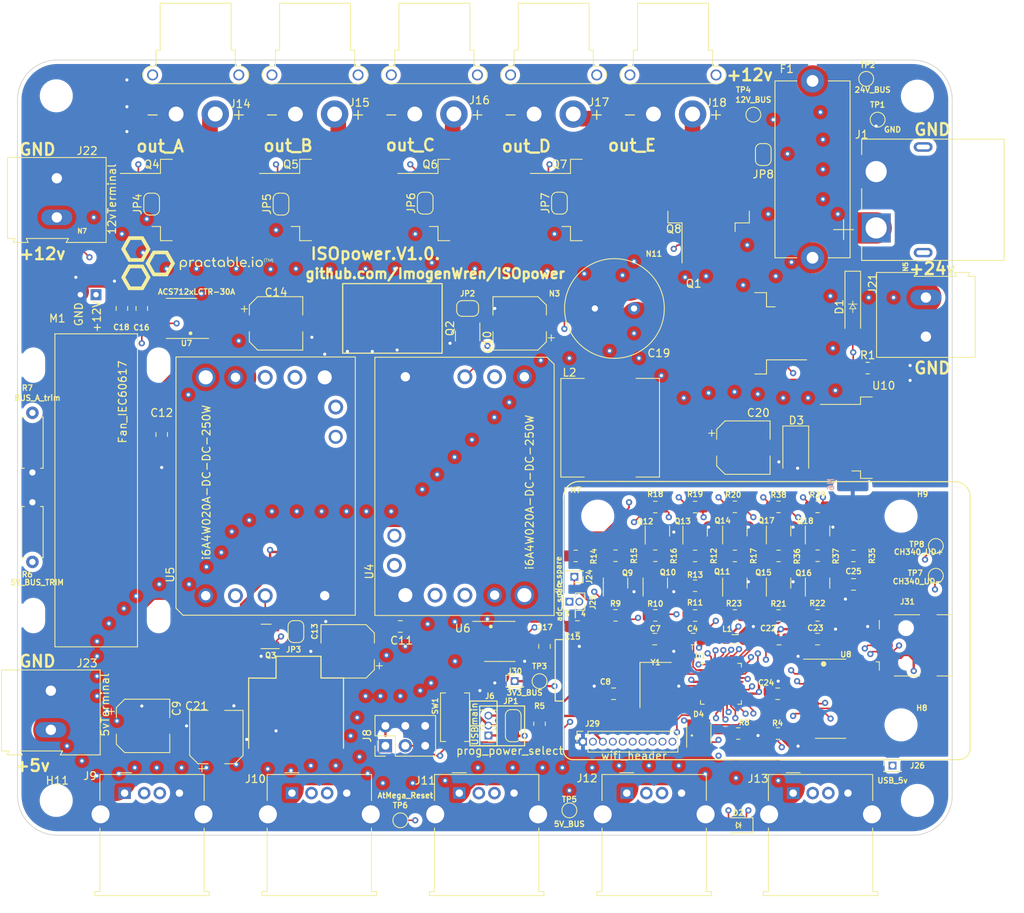
<source format=kicad_pcb>
(kicad_pcb (version 20221018) (generator pcbnew)
  (layers (0 "F.Cu" signal) (1 "In1.Cu" signal) (2 "In2.Cu" signal) (31 "B.Cu" signal) (34 "B.Paste" user) (35 "F.Paste" user) (36 "B.SilkS" user "B.Silkscreen") (37 "F.SilkS" user "F.Silkscreen") (38 "B.Mask" user) (39 "F.Mask" user) (44 "Edge.Cuts" user))
  (net 0 "")
  (net 1 "GND")
  (net 2 "/MCU_5V")
  (net 3 "Net-(C7-Pad1)")
  (net 4 "Net-(C8-Pad1)")
  (net 5 "24V_BUS")
  (net 6 "/Power Distribution/5V_I_SENSE_IP")
  (net 7 "Net-(C17-Pad1)")
  (net 8 "Net-(C18-Pad1)")
  (net 9 "Net-(C22-Pad2)")
  (net 10 "Net-(C24-Pad1)")
  (net 11 "Net-(C25-Pad2)")
  (net 12 "Net-(D1-Pad2)")
  (net 13 "Net-(D2-Pad1)")
  (net 14 "Net-(D2-Pad2)")
  (net 15 "Net-(D3-Pad1)")
  (net 16 "Net-(D4-Pad2)")
  (net 17 "Net-(D4-Pad3)")
  (net 20 "/AtMega328p/IN_D")
  (net 21 "/AtMega328p/IN_E")
  (net 23 "/Power Distribution/12V_I_SENSE_IP")
  (net 24 "/24V_0")
  (net 25 "Net-(J8-Pad1)")
  (net 26 "Net-(J8-Pad3)")
  (net 27 "Net-(J8-Pad4)")
  (net 38 "/24V_1")
  (net 39 "/Power Outputs/12V_OP_0")
  (net 40 "/Power Outputs/12V_OP_1")
  (net 41 "/Power Outputs/12V_OP_2")
  (net 42 "/Power Outputs/12V_OP_3")
  (net 43 "Net-(JP2-Pad2)")
  (net 44 "Net-(JP3-Pad2)")
  (net 45 "5V_BUS")
  (net 46 "/BUS_B_DISABLE")
  (net 47 "/BUS_A_DISABLE")
  (net 48 "/Power Outputs/5v to 12v logic conversion_v2/0_OUT")
  (net 49 "/Power Outputs/5v to 12v logic conversion_v2/1_OUT")
  (net 50 "/Power Outputs/5v to 12v logic conversion_v2/2_OUT")
  (net 51 "/Power Outputs/5v to 12v logic conversion_v2/3_OUT")
  (net 52 "/Power Outputs/5v to 12v logic conversion_v2/4_OUT")
  (net 53 "Net-(Q9-Pad1)")
  (net 54 "Net-(Q9-Pad3)")
  (net 55 "Net-(Q10-Pad1)")
  (net 56 "Net-(Q10-Pad3)")
  (net 57 "Net-(Q11-Pad1)")
  (net 58 "Net-(Q11-Pad3)")
  (net 59 "Net-(Q12-Pad1)")
  (net 60 "Net-(Q13-Pad1)")
  (net 61 "Net-(Q14-Pad1)")
  (net 62 "Net-(Q15-Pad1)")
  (net 63 "Net-(Q16-Pad1)")
  (net 64 "Net-(Q17-Pad1)")
  (net 65 "Net-(Q18-Pad1)")
  (net 66 "Net-(R6-Pad1)")
  (net 67 "Net-(R7-Pad1)")
  (net 68 "/Power Outputs/12V_OP_4")
  (net 69 "/AtMega328p/MCU_5V_BUS")
  (net 70 "/BUS_I_SENSE_A")
  (net 71 "/BUS_I_SENSE_B")
  (net 82 "12V_BUS")
  (net 83 "Net-(Q15-Pad3)")
  (net 84 "Net-(Q16-Pad3)")
  (net 85 "/AtMega328p/USB MCU CH340 Interface A/DTR_A")
  (net 86 "/3V3_BUS")
  (net 87 "/USB_PBUS")
  (net 88 "/AtMega328p/CH_C")
  (net 89 "/AtMega328p/ADC5")
  (net 90 "/AtMega328p/ADC4")
  (net 95 "/AtMega328p/SSERIAL_TX")
  (net 96 "/AtMega328p/SSERIAL_RX")
  (net 98 "/AtMega328p/CH_F")
  (net 99 "/AtMega328p/CH_G")
  (net 100 "/AtMega328p/CH_H")
  (net 101 "/AtMega328p/CH_I")
  (net 102 "/AtMega328p/CH_J")
  (net 103 "/AtMega328p/USB MCU CH340 Interface A/RxD_A")
  (net 104 "/AtMega328p/USB MCU CH340 Interface A/TxD_A")
  (net 113 "HV")
  (net 114 "Net-(N5-Pad1)")
  (net 115 "GNDPWR")
  (net 116 "Net-(M1-Pad1)")
  (net 117 "/Power Outputs/MID_PWR")
  (footprint "Diode_SMD:D_SMA" (layer "F.Cu") (at 157.184511 90.805 -90)
    (fp_text reference "D3")
    (fp_text value "1N5821")
  )
  (footprint "Connector_USB:USB_A_Molex_67643_Horizontal" (layer "F.Cu") (at 135.599511 134.319511)
    (fp_text reference "J12")
    (fp_text value "USB_CH_A")
  )
  (footprint "TestPoint:TestPoint_Pad_D1.5mm" (layer "F.Cu") (at 166.184511 43.049511 180)
    (fp_text reference "TP2")
    (fp_text value "24V_BUS")
  )
  (footprint "Jumper:SolderJumper-2_P1.3mm_Open_RoundedPad1.0x1.5mm" (layer "F.Cu") (at 109.855 58.928 90)
    (fp_text reference "JP6")
    (fp_text value "OP_2")
  )
  (footprint "Capacitor_SMD:CP_Elec_6.3x5.4" (layer "F.Cu") (at 90.805 74.295)
    (fp_text reference "C14")
    (fp_text value "22u")
  )
  (footprint "Package_DFN_QFN:QFN-32-1EP_5x5mm_P0.5mm_EP3.1x3.1mm" (layer "F.Cu") (at 147.627725 120.353265)
    (fp_text reference "U1")
    (fp_text value "ATmega3278PB-M")
  )
  (footprint "Package_TO_SOT_SMD:TO-263-2" (layer "F.Cu") (at 78.994511 58.524511)
    (fp_text reference "Q4")
    (fp_text value "IRF5305_PBF")
  )
  (footprint "Connector_AMASS:AMASS_XT30PW-F_1x02_P2.50mm_Horizontal" (layer "F.Cu") (at 93.284511 47.545)
    (fp_text reference "J15")
    (fp_text value "XT30_connector_DC_30A_female")
  )
  (footprint "NetTie:NetTie-2_SMD_Pad0.5mm" (layer "F.Cu") (at 126.365 71.12 90)
    (fp_text reference "N3")
    (fp_text value "Net_Tie")
  )
  (footprint "Package_TO_SOT_SMD:SOT-23" (layer "F.Cu") (at 144.324511 100.839511 90)
    (fp_text reference "Q13")
    (fp_text value "BC817")
  )
  (footprint "Package_TO_SOT_SMD:TO-263-2" (layer "F.Cu") (at 96.774511 58.524511)
    (fp_text reference "Q5")
    (fp_text value "IRF5305_PBF")
  )
  (footprint "Resistor_SMD:R_0805_2012Metric_Pad1.20x1.40mm_HandSolder" (layer "F.Cu") (at 134.164511 103.989511)
    (fp_text reference "R15")
    (fp_text value "10k")
  )
  (footprint "Resistor_THT:R_Axial_DIN0207_L6.3mm_D2.5mm_P7.62mm_Horizontal" (layer "F.Cu") (at 59.69 85.725 -90)
    (fp_text reference "R7")
    (fp_text value "BUS_A_trim")
  )
  (footprint "Jumper:SolderJumper-2_P1.3mm_Open_RoundedPad1.0x1.5mm" (layer "F.Cu") (at 93.345 113.68 90)
    (fp_text reference "JP3")
    (fp_text value "DSBL_BYPSS_A")
  )
  (footprint "000_Connectors_Immo:AVR-ISP-header-02x03" (layer "F.Cu") (at 104.775 128.27 90)
    (fp_text reference "J8")
    (fp_text value "AVR-ISP-6")
  )
  (footprint "Connector_PinHeader_1.27mm:PinHeader_1x02_P1.27mm_Vertical" (layer "F.Cu") (at 128.27 109.855 90)
    (fp_text reference "J25")
    (fp_text value "adc_spare")
  )
  (footprint "Capacitor_SMD:C_0805_2012Metric_Pad1.18x1.45mm_HandSolder" (layer "F.Cu") (at 76.2 88.4975 -90)
    (fp_text reference "C12")
    (fp_text value "100n")
  )
  (footprint "Package_TO_SOT_SMD:TO-263-5_TabPin3" (layer "F.Cu") (at 168.409511 88.9)
    (fp_text reference "U10")
    (fp_text value "LM2596S-5")
  )
  (footprint "TerminalBlock:TerminalBlock_Altech_AK300-2_P5.00mm" (layer "F.Cu") (at 173.804511 75.989511 90)
    (fp_text reference "J21")
    (fp_text value "24vTerminal")
  )
  (footprint "Package_TO_SOT_SMD:SOT-23" (layer "F.Cu") (at 139.244511 107.467011 90)
    (fp_text reference "Q10")
    (fp_text value "BC817")
  )
  (footprint "NetTie:NetTie-2_SMD_Pad0.5mm" (layer "F.Cu") (at 66.04 64 90)
    (fp_text reference "N7")
    (fp_text value "Net_Tie")
  )
  (footprint "Capacitor_SMD:C_0805_2012Metric_Pad1.18x1.45mm_HandSolder" (layer "F.Cu") (at 164.56179 107.654511)
    (fp_text reference "C25")
    (fp_text value "4n7")
  )
  (footprint "Package_TO_SOT_SMD:TO-263-2" (layer "F.Cu") (at 150.495 75.565 180)
    (fp_text reference "Q1")
    (fp_text value "IRF5305_PBF")
  )
  (footprint "Capacitor_SMD:CP_Elec_6.3x7.7" (layer "F.Cu") (at 121.92 74.295 180)
    (fp_text reference "C10")
    (fp_text value "100u")
  )
  (footprint "Capacitor_SMD:C_0805_2012Metric_Pad1.18x1.45mm_HandSolder" (layer "F.Cu") (at 71.12 72.39 90)
    (fp_text reference "C18")
    (fp_text value "1n")
  )
  (footprint "ISOpower:i6A4W-DIP" (layer "F.Cu") (at 81.824511 109.089511 90)
    (fp_text reference "U5")
    (fp_text value "i6A4W020A-DC-DC-250W")
  )
  (footprint "Resistor_SMD:R_0805_2012Metric_Pad1.20x1.40mm_HandSolder" (layer "F.Cu") (at 149.404511 111.629511 180)
    (fp_text reference "R23")
    (fp_text value "10k")
  )
  (footprint "Resistor_SMD:R_0805_2012Metric_Pad1.20x1.40mm_HandSolder" (layer "F.Cu") (at 166.37 80.01)
    (fp_text reference "R1")
    (fp_text value "330r")
  )
  (footprint "Connector_AMASS:AMASS_XT30PW-F_1x02_P2.50mm_Horizontal" (layer "F.Cu") (at 78.044511 47.545)
    (fp_text reference "J14")
    (fp_text value "XT30_connector_DC_30A_female")
  )
  (footprint "Connector_AMASS:AMASS_XT30PW-F_1x02_P2.50mm_Horizontal" (layer "F.Cu") (at 139.004511 47.545)
    (fp_text reference "J18")
    (fp_text value "XT30_connector_DC_30A_female")
  )
  (footprint "Capacitor_SMD:C_0805_2012Metric_Pad1.18x1.45mm_HandSolder" (layer "F.Cu") (at 144.082011 114.639511 180)
    (fp_text reference "C4")
    (fp_text value "100n")
  )
  (footprint "Package_SO:SOIC-8_3.9x4.9mm_P1.27mm" (layer "F.Cu") (at 119.38 114.935)
    (fp_text reference "U6")
    (fp_text value "ACS712xLCTR-30A" hide)
  )
  (footprint "LED_SMD:LED_0805_2012Metric_Pad1.15x1.40mm_HandSolder" (layer "F.Cu") (at 149.86 138.43 180)
    (fp_text reference "D2")
    (fp_text value "Blue")
  )
  (footprint "Button_Switch_SMD:SW_SPST_EVQPE1" (layer "F.Cu") (at 113.665 124.62 90)
    (fp_text reference "SW1")
    (fp_text value "SW_Push" hide)
  )
  (footprint "Connector_PinHeader_1.27mm:PinHeader_1x01_P1.27mm_Vertical" (layer "F.Cu") (at 128.905 106.68 180)
    (fp_text reference "J24")
    (fp_text value "dio_spare")
  )
  (footprint "TerminalBlock:TerminalBlock_Altech_AK300-2_P5.00mm" (layer "F.Cu") (at 62.804511 55.749511 -90)
    (fp_text reference "J22")
    (fp_text value "12vTerminal")
  )
  (footprint "TestPoint:TestPoint_Pad_D1.5mm" (layer "F.Cu") (at 175.074511 106.549511 90)
    (fp_text reference "TP7")
    (fp_text value "CH340_UD-")
  )
  (footprint "TestPoint:TestPoint_Pad_D1.5mm" (layer "F.Cu") (at 151.765 47.625 90)
    (fp_text reference "TP4")
    (fp_text value "12V_BUS")
  )
  (footprint "Crystal:Crystal_SMD_Abracon_ABM3C-4Pin_5.0x3.2mm" (layer "F.Cu") (at 139.284511 120.519511 -90)
    (fp_text reference "Y1")
    (fp_text value "16MHz")
  )
  (footprint "Inductor_SMD:L_0805_2012Metric_Pad1.05x1.20mm_HandSolder" (layer "F.Cu") (at 149.444511 114.639511)
    (fp_text reference "L1")
    (fp_text value "10uH")
  )
  (footprint "Connector_USB:USB_A_Molex_67643_Horizontal" (layer "F.Cu") (at 156.849506 134.319511)
    (fp_text reference "J13")
    (fp_text value "USB_CH_A")
  )
  (footprint "Capacitor_SMD:CP_Elec_6.3x7.7" (layer "F.Cu") (at 73.82 125.73)
    (fp_text reference "C9")
    (fp_text value "100u")
  )
  (footprint "Resistor_SMD:R_0805_2012Metric_Pad1.20x1.40mm_HandSolder" (layer "F.Cu") (at 149.834511 126.704511)
    (fp_text reference "R8")
    (fp_text value "1M")
  )
  (footprint "Capacitor_SMD:CP_Elec_6.3x7.7" (layer "F.Cu") (at 150.495 90.17)
    (fp_text reference "C20")
    (fp_text value "220u")
  )
  (footprint "Resistor_SMD:R_0805_2012Metric_Pad1.20x1.40mm_HandSolder" (layer "F.Cu") (at 154.987697 111.629511 180)
    (fp_text reference "R21")
    (fp_text value "10k")
  )
  (footprint "Package_TO_SOT_SMD:SOT-23" (layer "F.Cu") (at 149.404511 100.814511 90)
    (fp_text reference "Q14")
    (fp_text value "BC817")
  )
  (footprint "NetTie:NetTie-8-15A_1oz_2oz_chamf" (layer "F.Cu") (at 139.065 67.945)
    (fp_text reference "N11")
    (fp_text value "pwr_tie")
  )
  (footprint "Capacitor_SMD:C_0805_2012Metric_Pad1.18x1.45mm_HandSolder" (layer "F.Cu") (at 129.3075 113.03)
    (fp_text reference "C15")
    (fp_text value "100n")
  )
  (footprint "Resistor_SMD:R_0805_2012Metric_Pad1.20x1.40mm_HandSolder" (layer "F.Cu") (at 144.324511 97.77)
    (fp_text reference "R19")
    (fp_text value "10k")
  )
  (footprint "Resistor_SMD:R_0805_2012Metric_Pad1.20x1.40mm_HandSolder" (layer "F.Cu") (at 144.324511 107.819511 180)
    (fp_text reference "R13")
    (fp_text value "10k")
  )
  (footprint "ISOpower:i6A4W-DIP" (layer "F.Cu") (at 122.524511 81.119511 -90)
    (fp_text reference "U4")
    (fp_text value "i6A4W020A-DC-DC-250W")
  )
  (footprint "TestPoint:TestPoint_Pad_D1.5mm" (layer "F.Cu") (at 124.46 120.015)
    (fp_text reference "TP3")
    (fp_text value "3V3_BUS")
  )
  (footprint "Resistor_SMD:R_0805_2012Metric_Pad1.20x1.40mm_HandSolder" (layer "F.Cu") (at 154.987697 104.009511 180)
    (fp_text reference "R36")
    (fp_text value "10k")
  )
  (footprint "Package_TO_SOT_SMD:SOT-23" (layer "F.Cu") (at 139.514511 100.839511 90)
    (fp_text reference "Q12")
    (fp_text value "BC817")
  )
  (footprint "Capacitor_SMD:C_0805_2012Metric_Pad1.18x1.45mm_HandSolder" (layer "F.Cu") (at 133.922011 121.624511 180)
    (fp_text reference "C8")
    (fp_text value "22p")
  )
  (footprint "Capacitor_THT:C_Radial_D12.5mm_H20.0mm_P5.00mm" (layer "F.Cu") (at 136.525 72.39 180)
    (fp_text reference "C19")
    (fp_text value "680u")
  )
  (footprint "MountingHole:MountingHole_3.2mm_M3" (layer "F.Cu") (at 131.894511 98.929511)
    (fp_text reference "H7")
    (fp_text value "MountingHole" hide)
  )
  (footprint "ISOpower:Fan12V_40by10.5mm" (layer "F.Cu") (at 67.809511 70.629511 -90)
    (fp_text reference "M1")
    (fp_text value "Fan_IEC60617")
  )
  (footprint "TestPoint:TestPoint_Pad_D1.5mm" (layer "F.Cu") (at 167.64 48.26 90)
    (fp_text reference "TP1")
    (fp_text value "GND")
  )
  (footprint "Connector_USB:USB_A_Molex_67643_Horizontal" (layer "F.Cu") (at 92.834511 134.319511)
    (fp_text reference "J10")
    (fp_text value "USB_CH_A")
  )
  (footprint "Package_TO_SOT_SMD:TO-263-2" (layer "F.Cu") (at 114.439511 58.524511)
    (fp_text reference "Q6")
    (fp_text value "IRF5305_PBF")
  )
  (footprint "Package_TO_SOT_SMD:SOT-143" (layer "F.Cu") (at 144.799511 126.704511 90)
    (fp_text reference "D4")
    (fp_text value "PRTR5V0U2X")
  )
  (footprint "Connector_PinHeader_1.27mm:PinHeader_1x03_P1.27mm_Vertical" (layer "F.Cu") (at 117.924511 126.954511 180)
    (fp_text reference "J6")
    (fp_text value "prog_power_select" hide)
  )
  (footprint "Jumper:SolderJumper-2_P1.3mm_Open_RoundedPad1.0x1.5mm" (layer "F.Cu") (at 74.915 59.055 90)
    (fp_text reference "JP4")
    (fp_text value "OP_0")
  )
  (footprint "Resistor_THT:R_Axial_DIN0207_L6.3mm_D2.5mm_P7.62mm_Horizontal" (layer "F.Cu") (at 59.69 104.775 90)
    (fp_text reference "R6")
    (fp_text value "5V_BUS_TRIM")
  )
  (footprint "Connector_AMASS:AMASS_XT60PW-M" (layer "F.Cu") (at 173.454511 58.499511 -90)
    (fp_text reference "J1")
    (fp_text value "XT60_connector_DC_60A_male")
  )
  (footprint "Connector_PinHeader_1.27mm:PinHeader_1x01_P1.27mm_Vertical" (layer "F.Cu") (at 169.545 130.81)
    (fp_text reference "J26")
    (fp_text value "USB_5v")
  )
  (footprint "Resistor_SMD:R_0805_2012Metric_Pad1.20x1.40mm_HandSolder" (layer "F.Cu") (at 144.324511 104.009511)
    (fp_text reference "R12")
    (fp_text value "10k")
  )
  (footprint "Jumper:SolderJumper-3_P1.3mm_Bridged12_RoundedPad1.0x1.5mm_NumberLabels" (layer "F.Cu") (at 121.099511 125.709511 -90)
    (fp_text reference "JP1")
    (fp_text value "prog_power_select")
  )
  (footprint "Capacitor_SMD:C_0805_2012Metric_Pad1.18x1.45mm_HandSolder" (layer "F.Cu") (at 154.877011 121.624511 180)
    (fp_text reference "C24")
    (fp_text value "100n")
  )
  (footprint "Connector_AMASS:AMASS_XT30PW-F_1x02_P2.50mm_Horizontal" (layer "F.Cu") (at 123.764511 47.545)
    (fp_text reference "J17")
    (fp_text value "XT30_connector_DC_30A_female")
  )
  (footprint "Resistor_SMD:R_0805_2012Metric_Pad1.20x1.40mm_HandSolder" (layer "F.Cu") (at 149.404511 104.009511 180)
    (fp_text reference "R17")
    (fp_text value "10k")
  )
  (footprint "Capacitor_SMD:C_0805_2012Metric_Pad1.18x1.45mm_HandSolder" (layer "F.Cu") (at 159.957011 114.639511)
    (fp_text reference "C23")
    (fp_text value "100n")
  )
  (footprint "Resistor_SMD:R_0805_2012Metric_Pad1.20x1.40mm_HandSolder" (layer "F.Cu") (at 129.084511 104.009511 180)
    (fp_text reference "R14")
    (fp_text value "10k")
  )
  (footprint "Package_TO_SOT_SMD:TO-263-2" (layer "F.Cu") (at 146.05 58.505 90)
    (fp_text reference "Q8")
    (fp_text value "IRF5305_PBF")
  )
  (footprint "MountingHole:MountingHole_3.2mm_M3" (layer "F.Cu") (at 170.629511 125.599511)
    (fp_text reference "H8")
    (fp_text value "MountingHole" hide)
  )
  (footprint "Jumper:SolderJumper-2_P1.3mm_Open_RoundedPad1.0x1.5mm" (layer "F.Cu") (at 127 58.928 90)
    (fp_text reference "JP7")
    (fp_text value "OP_3")
  )
  (footprint "Resistor_SMD:R_0805_2012Metric_Pad1.20x1.40mm_HandSolder" (layer "F.Cu") (at 124.46 125.46 -90)
    (fp_text reference "R5")
    (fp_text value "10k")
  )
  (footprint "Package_SO:SOIC-16_3.9x9.9mm_P1.27mm" (layer "F.Cu") (at 161.629511 122.259511)
    (fp_text reference "U8")
    (fp_text value "CH340C")
  )
  (footprint "Resistor_SMD:R_0805_2012Metric_Pad1.20x1.40mm_HandSolder" (layer "F.Cu") (at 159.96873 111.609511)
    (fp_text reference "R22")
    (fp_text value "10k")
  )
  (footprint "Capacitor_SMD:C_0805_2012Metric_Pad1.18x1.45mm_HandSolder" (layer "F.Cu") (at 106.68 113.03 180)
    (fp_text reference "C11")
    (fp_text value "100n")
  )
  (footprint "TestPoint:TestPoint_Pad_D1.5mm" (layer "F.Cu") (at 128.27 136.525)
    (fp_text reference "TP5")
    (fp_text value "5V_BUS")
  )
  (footprint "000_Graphics_Immo:practactable.io_text_20x8" (layer "F.Cu") (at 80.645 66.675)
    (fp_text reference "G***" hide)
    (fp_text value "LOGO" hide)
  )
  (footprint "Connector_AMASS:AMASS_XT30PW-F_1x02_P2.50mm_Horizontal" (layer "F.Cu") (at 108.524511 47.545)
    (fp_text reference "J16")
    (fp_text value "XT30_connector_DC_30A_female")
  )
  (footprint "Connector_USB:USB_A_Molex_67643_Horizontal" (layer "F.Cu") (at 71.464511 134.319511)
    (fp_text reference "J9")
    (fp_text value "USB_CH_A")
  )
  (footprint "Resistor_SMD:R_0805_2012Metric_Pad1.20x1.40mm_HandSolder" (layer "F.Cu") (at 164.545544 104.009511)
    (fp_text reference "R35")
    (fp_text value "10k")
  )
  (footprint "TestPoint:TestPoint_Pad_D1.5mm" (layer "F.Cu") (at 106.68 137.795)
    (fp_text reference "TP6")
    (fp_text value "AtMega_Reset")
  )
  (footprint "Capacitor_SMD:C_0805_2012Metric_Pad1.18x1.45mm_HandSolder" (layer "F.Cu") (at 139.172011 114.639511)
    (fp_text reference "C7")
    (fp_text value "22p")
  )
  (footprint "Jumper:SolderJumper-2_P1.3mm_Open_RoundedPad1.0x1.5mm" (layer "F.Cu") (at 91.44 59.055 90)
    (fp_text reference "JP5")
    (fp_text value "OP_1")
  )
  (footprint "Package_SO:SOIC-8_3.9x4.9mm_P1.27mm" (layer "F.Cu") (at 78.74 73.66 180)
    (fp_text reference "U7")
    (fp_text value "ACS712xLCTR-30A")
  )
  (footprint "Resistor_SMD:R_0805_2012Metric_Pad1.20x1.40mm_HandSolder" (layer "F.Cu") (at 154.987697 97.745)
    (fp_text reference "R38")
    (fp_text value "10k")
  )
  (footprint "Connector_PinHeader_1.27mm:PinHeader_1x01_P1.27mm_Vertical" (layer "F.Cu") (at 121.285 120.015)
    (fp_text reference "J30")
    (fp_text value "3V3_spare" hide)
  )
  (footprint "Capacitor_SMD:C_0805_2012Metric_Pad1.18x1.45mm_HandSolder" (layer "F.Cu") (at 155.047011 114.639511)
    (fp_text reference "C22")
    (fp_text value "100n")
  )
  (footprint "NetTie:NetTie-2_SMD_Pad0.5mm" (layer "F.Cu") (at 169.716957 67.070679 180)
    (fp_text reference "N5")
    (fp_text value "Net_Tie")
  )
  (footprint "Capacitor_SMD:C_0805_2012Metric_Pad1.18x1.45mm_HandSolder" (layer "F.Cu") (at 125.095 115.57 -90)
    (fp_text reference "C17")
    (fp_text value "1n")
  )
  (footprint "Resistor_SMD:R_0805_2012Metric_Pad1.20x1.40mm_HandSolder" (layer "F.Cu") (at 139.244511 97.77)
    (fp_text reference "R18")
    (fp_text value "10k")
  )
  (footprint "Connector_PinSocket_1.27mm:PinSocket_1x10_P1.27mm_Vertical" (layer "F.Cu") (at 130.004511 127.747783 90)
    (fp_text reference "J29")
    (fp_text value "wifi_header")
  )
  (footprint "Package_TO_SOT_SMD:SOT-23" (layer "F.Cu") (at 159.96873 107.487011 90)
    (fp_text reference "Q16")
    (fp_text value "BC817")
  )
  (footprint "Jumper:SolderJumper-2_P1.3mm_Open_RoundedPad1.0x1.5mm" (layer "F.Cu") (at 115.274511 72.39 180)
    (fp_text reference "JP2")
    (fp_text value "DSBL_BYPSS_B")
  )
  (footprint "Resistor_SMD:R_0805_2012Metric_Pad1.20x1.40mm_HandSolder" (layer "F.Cu") (at 139.244511 103.989511 180)
    (fp_text reference "R16")
    (fp_text value "10k")
  )
  (footprint "Package_TO_SOT_SMD:SOT-23" (layer "F.Cu") (at 154.987697 100.814511 90)
    (fp_text reference "Q17")
    (fp_text value "BC817")
  )
  (footprint "Package_TO_SOT_SMD:SOT-23" (layer "F.Cu") (at 154.987697 107.487011 90)
    (fp_text reference "Q15")
    (fp_text value "BC817")
  )
  (footprint "Jumper:SolderJumper-2_P1.3mm_Open_RoundedPad1.0x1.5mm" (layer "F.Cu") (at 153.035 52.72 90)
    (fp_text reference "JP8")
    (fp_text value "OP_4")
  )
  (footprint "Package_TO_SOT_SMD:SOT-23" (layer "F.Cu") (at 115.274511 75.904511 -90)
    (fp_text reference "Q2")
    (fp_text value "Si2319CDS")
  )
  (footprint "Resistor_SMD:R_0805_2012Metric_Pad1.20x1.40mm_HandSolder" (layer "F.Cu") (at 134.164511 111.609511 180)
    (fp_text reference "R9")
    (fp_text value "10k")
  )
  (footprint "Resistor_SMD:R_0805_2012Metric_Pad1.20x1.40mm_HandSolder" (layer "F.Cu") (at 139.244511 111.609511 180)
    (fp_text reference "R10")
    (fp_text value "10k")
  )
  (footprint "Fuse:Fuseholder_Cylinder-5x20mm_Stelvio-Kontek_PTF78_Horizontal_Open" (layer "F.Cu") (at 159.324511 43.309511 -90)
    (fp_text reference "F1")
    (fp_text value "20A")
  )
  (footprint "Resistor_SMD:R_0805_2012Metric_Pad1.20x1.40mm_HandSolder" (layer "F.Cu") (at 144.324511 111.629511)
    (fp_text reference "R11")
    (fp_text value "10k")
  )
  (footprint "Package_TO_SOT_SMD:SOT-23" (layer "F.Cu") (at 159.96873 100.814511 90)
    (fp_text reference "Q18")
    (fp_text value "BC817")
  )
  (footprint "Package_TO_SOT_SMD:SOT-23" (layer "F.Cu") (at 134.164511 107.467011 90)
    (fp_text reference "Q9")
    (fp_text value "BC817")
  )
  (footprint "Capacitor_SMD:CP_Elec_6.3x7.7" (layer "F.Cu") (at 83.185 127.16 90)
    (fp_text reference "C21")
    (fp_text value "100u")
  )
  (footprint "Resistor_SMD:R_0805_2012Metric_Pad1.20x1.40mm_HandSolder" (layer "F.Cu") (at 154.914511 126.704511)
    (fp_text reference "R4")
    (fp_text value "330r")
  )
  (footprint "Connector_USB:USB_Mini-B_Lumberg_2486_01_Horizontal" (layer "F.Cu") (at 171.264511 115.439511 90)
    (fp_text reference "J31")
    (fp_text value "USB_B_Mini")
  )
  (footprint "MountingHole:ISOpower_4xmounting_M3" (layer "F.Cu") (at 62.865 135.255 90)
    (fp_text reference "H11")
    (fp_text value "2x2_ISOpower_mountingHoles")
  )
  (footprint "TerminalBlock:TerminalBlock_Altech_AK300-2_P5.00mm" (layer "F.Cu") (at 62.044511 121.234511 -90)
    (fp_text reference "J23")
    (fp_text value "5vTerminal")
  )
  (footprint "Package_TO_SOT_SMD:SOT-23" (layer "F.Cu") (at 149.404511 107.487011 90)
    (fp_text reference "Q11")
    (fp_text value "BC817")
  )
  (footprint "Resistor_SMD:R_0805_2012Metric_Pad1.20x1.40mm_HandSolder" (layer "F.Cu") (at 159.96873 97.745)
    (fp_text reference "R39")
    (fp_text value "10k")
  )
  (footprint "Resistor_SMD:R_0805_2012Metric_Pad1.20x1.40mm_HandSolder" (layer "F.Cu") (at 159.96873 103.989511 180)
    (fp_text reference "R37")
    (fp_text value "10k")
  )
  (footprint "Package_TO_SOT_SMD:TO-263-2" (layer "F.Cu") (at 131.36 58.524511)
    (fp_text reference "Q7")
    (fp_text value "IRF5305_PBF")
  )
  (footprint "Capacitor_SMD:CP_Elec_6.3x5.4" (layer "F.Cu") (at 99.955 116.205 180)
    (fp_text reference "C13")
    (fp_text value "22u")
  )
  (footprint "Capacitor_SMD:C_0805_2012Metric_Pad1.18x1.45mm_HandSolder" (layer "F.Cu") (at 73.66 72.386131 90)
    (fp_text reference "C16")
    (fp_text value "100n")
  )
  (footprint "Inductor_SMD:L_12x12mm_H8mm" (layer "F.Cu") (at 133.48 87.63 -90)
    (fp_text reference "L2")
    (fp_text value "33uH")
  )
  (footprint "Connector_USB:USB_A_Molex_67643_Horizontal" (layer "F.Cu") (at 114.204511 134.319511)
    (fp_text reference "J11")
    (fp_text value "USB_CH_A")
  )
  (footprint "Diode_SMD:D_MiniMELF_Handsoldering" (layer "F.Cu") (at 164.465 72.18 -90)
    (fp_text reference "D1")
    (fp_text value "BZV55B18")
  )
  (footprint "MountingHole:MountingHole_3.2mm_M3" (layer "F.Cu") (at 170.629511 98.929511)
    (fp_text reference "H9")
    (fp_text value "MountingHole")
  )
  (footprint "TestPoint:TestPoint_Pad_D1.5mm" (layer "F.Cu") (at 175.074511 102.739511 90)
    (fp_text reference "TP8")
    (fp_text value "CH340_UD+")
  )
  (footprint "Package_TO_SOT_SMD:SOT-23" (layer "F.Cu") (at 89.535 114.3 180)
    (fp_text reference "Q3")
    (fp_text value "Si2319CDS")
  )
  (footprint "Resistor_SMD:R_0805_2012Metric_Pad1.20x1.40mm_HandSolder" (layer "F.Cu") (at 149.404511 97.745)
    (fp_text reference "R20")
    (fp_text value "10k")
  )
  (footprint "000_Graphics_Immo:practactable.io_text_30x11_SM" (layer "B.Cu") (at 136.525 89.535 180)
    (fp_text reference "G***" hide)
    (fp_text value "LOGO" hide)
  )
  (footprint "NetTie:NetTie-8-15A_1oz_2oz" (layer "B.Cu") (at 164.465 94.75 -90)
    (fp_text reference "N6")
    (fp_text value "Net_Tie")
  )
  (gr_line (start 128.651 130.048) (end 177.927 130.048) (stroke (width 0.15)) (layer "F.SilkS"))
  (gr_rect (start 115.57 122.555) (end 119.034511 125.73) (stroke (width 0.15)) (fill none) (layer "F.SilkS"))
  (gr_line (start 87.31 128.59) (end 87.31 119.615) (stroke (width 0.15)) (layer "F.SilkS"))
  (gr_arc (start 127.508 96.52) (mid 128.103159 95.083159) (end 129.54 94.488) (stroke (width 0.15)) (layer "F.SilkS"))
  (gr_line (start 99.422781 119.615) (end 99.422781 128.59) (stroke (width 0.15)) (layer "F.SilkS"))
  (gr_rect (start 126.459511 114.704511) (end 127.508 122.555) (stroke (width 0.15)) (fill none) (layer "F.SilkS"))
  (gr_line (start 90.805 119.634) (end 90.805 116.84) (stroke (width 0.15)) (layer "F.SilkS"))
  (gr_line (start 177.506159 94.527841) (end 129.54 94.488) (stroke (width 0.15)) (layer "F.SilkS"))
  (gr_line (start 87.31 119.615) (end 90.805 119.634) (stroke (width 0.15)) (layer "F.SilkS"))
  (gr_line (start 96.545 119.615) (end 99.422781 119.615) (stroke (width 0.15)) (layer "F.SilkS"))
  (gr_line (start 179.451 128.651) (end 179.451 96.52) (stroke (width 0.15)) (layer "F.SilkS"))
  (gr_arc (start 177.379159 94.527841) (mid 178.858898 95.06235) (end 179.451 96.52) (stroke (width 0.15)) (layer "F.SilkS"))
  (gr_line (start 90.805 116.84) (end 96.545 116.84) (stroke (width 0.15)) (layer "F.SilkS"))
  (gr_arc (start 179.451 128.651) (mid 178.976831 129.663498) (end 177.927 130.048) (stroke (width 0.15)) (layer "F.SilkS"))
  (gr_line (start 96.545 116.84) (end 96.545 119.615) (stroke (width 0.15)) (layer "F.SilkS"))
  (gr_rect (start 115.57 125.73) (end 119.034511 128.27) (stroke (width 0.15)) (fill none) (layer "F.SilkS"))
  (gr_rect (start 99.317141 69.215) (end 112.017141 78.105) (stroke (width 0.15)) (fill none) (layer "F.SilkS"))
  (gr_arc (start 128.651 130.048) (mid 127.817361 129.648925) (end 127.508 128.778) (stroke (width 0.15)) (layer "F.SilkS"))
  (gr_rect (start 116.814511 123.19) (end 122.555 128.27) (stroke (width 0.15)) (fill none) (layer "F.SilkS"))
  (gr_line (start 127.508 96.393) (end 127.508 128.778) (stroke (width 0.15)) (layer "F.SilkS"))
  (gr_arc (start 62.865 139.7) (mid 59.272898 138.212102) (end 57.785 134.62) (stroke (width 0.1)) (layer "Edge.Cuts"))
  (gr_line (start 57.785 45.72) (end 57.785 134.62) (stroke (width 0.1)) (layer "Edge.Cuts"))
  (gr_arc (start 57.785 45.72) (mid 59.272898 42.127898) (end 62.865 40.64) (stroke (width 0.1)) (layer "Edge.Cuts"))
  (gr_line (start 172.085 40.64) (end 62.865 40.64) (stroke (width 0.1)) (layer "Edge.Cuts"))
  (gr_arc (start 172.085 40.64) (mid 175.677102 42.127898) (end 177.165 45.72) (stroke (width 0.1)) (layer "Edge.Cuts"))
  (gr_line (start 177.165 134.62) (end 177.165 45.72) (stroke (width 0.1)) (layer "Edge.Cuts"))
  (gr_arc (start 177.165 134.62) (mid 175.677102 138.212102) (end 172.085 139.7) (stroke (width 0.1)) (layer "Edge.Cuts"))
  (gr_line (start 62.865 139.7) (end 172.085 139.7) (stroke (width 0.1)) (layer "Edge.Cuts"))
  (gr_text "+5v" (at 59.69 130.81) (layer "F.SilkS") (effects (font (size 1.5 1.5) (thickness 0.3))))
  (gr_text "+12v" (at 60.96 65.405) (layer "F.SilkS") (effects (font (size 1.5 1.5) (thickness 0.3))))
  (gr_text "main" (at 116.11965 124.202452 90) (layer "F.SilkS") (effects (font (size 0.8 0.8))))
  (gr_text "out_A" (at 75.998516 51.652874) (layer "F.SilkS") (effects (font (size 1.5 1.5) (thickness 0.3))))
  (gr_text "out_C" (at 107.968519 51.508973) (layer "F.SilkS") (effects (font (size 1.5 1.5) (thickness 0.3))))
  (gr_text "+24v" (at 174.625 67.31) (layer "F.SilkS") (effects (font (size 1.5 1.5) (thickness 0.3))))
  (gr_text "out_B" (at 92.339922 51.58912) (layer "F.SilkS") (effects (font (size 1.5 1.5) (thickness 0.3))))
  (gr_text "out_E" (at 136.27019 51.541862) (layer "F.SilkS") (effects (font (size 1.5 1.5) (thickness 0.3))))
  (gr_text "USB" (at 116.205 127 90) (layer "F.SilkS") (effects (font (size 0.8 0.8))))
  (gr_text "ISOpower.V1.0." (at 103.505 65.405) (layer "F.SilkS") (effects (font (size 1.5 1.5) (thickness 0.3))))
  (gr_text "GND" (at 174.625 49.53) (layer "F.SilkS") (effects (font (size 1.5 1.5) (thickness 0.3))))
  (gr_text "+12v" (at 151.298415 42.545) (layer "F.SilkS") (effects (font (size 1.5 1.5) (thickness 0.3))))
  (gr_text "GND" (at 60.325 52.07) (layer "F.SilkS") (effects (font (size 1.5 1.5) (thickness 0.3))))
  (gr_text "GND" (at 174.625 80.01) (layer "F.SilkS") (effects (font (size 1.5 1.5) (thickness 0.3))))
  (gr_text "5 | 4" (at 129.03 111.439044) (layer "F.SilkS") (effects (font (size 0.6 0.6))))
  (gr_text "out_D" (at 122.778837 51.648724) (layer "F.SilkS") (effects (font (size 1.5 1.5) (thickness 0.3))))
  (gr_text "GND" (at 60.325 117.475) (layer "F.SilkS") (effects (font (size 1.5 1.5) (thickness 0.3))))
  (gr_text "github.com/ImogenWren/ISOpower" (at 111.125 67.945) (layer "F.SilkS") (effects (font (size 1.27 1.27) (thickness 0.3))))
  (segment (start 150.354511 101.752011) (end 151.13 100.976522) (width 1.5) (layer "F.Cu") (net 1))
  (segment (start 150.594511 114.639511) (end 150.594511 114.200489) (width 1.5) (layer "F.Cu") (net 1))
  (segment (start 155.937697 108.222303) (end 156.845 107.315) (width 1.5) (layer "F.Cu") (net 1))
  (segment (start 136.344511 108.404511) (end 136.525 108.585) (width 1.5) (layer "F.Cu") (net 1))
  (segment (start 145.222011 120.604511) (end 147.409511 120.604511) (width 0.2) (layer "F.Cu") (net 1))
  (segment (start 161.137989 101.752011) (end 161.925 100.965) (width 1.5) (layer "F.Cu") (net 1))
  (segment (start 141.424511 108.404511) (end 141.605 108.585) (width 1.5) (layer "F.Cu") (net 1))
  (segment (start 160.994511 114.639511) (end 162.264511 113.369511) (width 1.5) (layer "F.Cu") (net 1))
  (segment (start 142.285489 120.604511) (end 145.222011 120.604511) (width 0.2) (layer "F.Cu") (net 1))
  (segment (start 142.285489 120.604511) (end 142.24 120.65) (width 0.2) (layer "F.Cu") (net 1))
  (segment (start 160.91873 101.752011) (end 161.137989 101.752011) (width 1.5) (layer "F.Cu") (net 1))
  (segment (start 161.68873 107.654511) (end 160.91873 108.424511) (width 1.5) (layer "F.Cu") (net 1))
  (segment (start 161.925 100.965) (end 161.925 100.33) (width 1.5) (layer "F.Cu") (net 1))
  (segment (start 146.05 101.001522) (end 146.05 100.33) (width 1.5) (layer "F.Cu") (net 1))
  (segment (start 152.104511 126.704511) (end 152.364991 126.964991) (width 1.5) (layer "F.Cu") (net 1))
  (segment (start 158.454511 117.814511) (end 157.48 116.84) (width 1.5) (layer "F.Cu") (net 1))
  (segment (start 141.309511 115.909511) (end 141.309511 114.639511) (width 1.5) (layer "F.Cu") (net 1))
  (segment (start 141.944511 114.639511) (end 143.044511 114.639511) (width 1.5) (layer "F.Cu") (net 1))
  (segment (start 141.944511 115.865489) (end 141.944511 114.639511) (width 1.5) (layer "F.Cu") (net 1))
  (segment (start 156.845 100.844708) (end 156.845 100.33) (width 1.5) (layer "F.Cu") (net 1))
  (segment (start 141.605 116.205) (end 141.944511 115.865489) (width 1.5) (layer "F.Cu") (net 1))
  (segment (start 140.464511 101.777011) (end 140.792989 101.777011) (width 1.5) (layer "F.Cu") (net 1))
  (segment (start 155.937697 101.752011) (end 156.845 100.844708) (width 1.5) (layer "F.Cu") (net 1))
  (segment (start 153.839511 121.624511) (end 153.839511 121.115489) (width 1.5) (layer "F.Cu") (net 1))
  (segment (start 141.605 116.205) (end 141.309511 115.909511) (width 1.5) (layer "F.Cu") (net 1))
  (segment (start 140.792989 101.777011) (end 141.605 100.965) (width 1.5) (layer "F.Cu") (net 1))
  (segment (start 155.937697 108.424511) (end 155.937697 108.222303) (width 1.5) (layer "F.Cu") (net 1))
  (segment (start 145.274511 101.777011) (end 146.05 101.001522) (width 1.5) (layer "F.Cu") (net 1))
  (segment (start 151.13 100.976522) (end 151.13 100.33) (width 1.5) (layer "F.Cu") (net 1))
  (segment (start 132.884511 121.624511) (end 132.419511 121.624511) (width 1.5) (layer "F.Cu") (net 1))
  (segment (start 140.209511 114.639511) (end 141.309511 114.639511) (width 1.5) (layer "F.Cu") (net 1))
  (segment (start 147.909511 120.104511) (end 150.097011 120.104511) (width 0.2) (layer "F.Cu") (net 1))
  (segment (start 153.839511 121.115489) (end 154.94 120.015) (width 1.5) (layer "F.Cu") (net 1))
  (segment (start 169.545 113.03) (end 166.37 113.03) (width 1.5) (layer "F.Cu") (net 1))
  (segment (start 132.419511 121.624511) (end 131.445 120.65) (width 1.5) (layer "F.Cu") (net 1))
  (segment (start 140.194511 108.404511) (end 141.424511 108.404511) (width 1.5) (layer "F.Cu") (net 1))
  (segment (start 163.52429 107.654511) (end 161.68873 107.654511) (width 1.5) (layer "F.Cu") (net 1))
  (segment (start 129.54 115.57) (end 130.345 114.765) (width 1.5) (layer "F.Cu") (net 1))
  (segment (start 163.52429 109.52571) (end 163.52429 107.654511) (width 1.5) (layer "F.Cu") (net 1))
  (segment (start 155.914511 126.704511) (end 157.475681 128.265681) (width 2) (layer "F.Cu") (net 1))
  (segment (start 150.834511 126.704511) (end 152.104511 126.704511) (width 1.5) (layer "F.Cu") (net 1))
  (segment (start 130.345 114.765) (end 130.345 113.03) (width 1.5) (layer "F.Cu") (net 1))
  (segment (start 141.605 116.035) (end 140.209511 114.639511) (width 1.5) (layer "F.Cu") (net 1))
  (segment (start 150.594511 114.200489) (end 151.765 113.03) (width 1.5) (layer "F.Cu") (net 1))
  (segment (start 159.154511 117.814511) (end 158.454511 117.814511) (width 1.5) (layer "F.Cu") (net 1))
  (segment (start 141.605 116.205) (end 141.605 116.035) (width 1.5) (layer "F.Cu") (net 1))
  (segment (start 157.475681 128.265681) (end 157.475681 128.319999) (width 2) (layer "F.Cu") (net 1))
  (segment (start 150.354511 108.424511) (end 150.354511 108.090489) (width 1.5) (layer "F.Cu") (net 1))
  (segment (start 135.114511 108.404511) (end 136.344511 108.404511) (width 1.5) (layer "F.Cu") (net 1))
  (segment (start 150.354511 108.090489) (end 151.13 107.315) (width 1.5) (layer "F.Cu") (net 1))
  (segment (start 141.309511 114.639511) (end 141.944511 114.639511) (width 1.5) (layer "F.Cu") (net 1))
  (via (at 141.605 108.585) (size 0.8) (drill 0.4) (layers "F.Cu" "B.Cu") (net 1))
  (via (at 163.52429 109.52571) (size 0.8) (drill 0.4) (layers "F.Cu" "B.Cu") (net 1))
  (via (at 151.13 107.315) (size 0.8) (drill 0.4) (layers "F.Cu" "B.Cu") (net 1))
  (via (at 146.05 100.33) (size 0.8) (drill 0.4) (layers "F.Cu" "B.Cu") (net 1))
  (via (at 142.24 120.65) (size 0.8) (drill 0.4) (layers "F.Cu" "B.Cu") (net 1))
  (via (at 161.925 100.33) (size 0.8) (drill 0.4) (layers "F.Cu" "B.Cu") (net 1))
  (via (at 151.765 113.03) (size 0.8) (drill 0.4) (layers "F.Cu" "B.Cu") (net 1))
  (via (at 141.605 100.965) (size 0.8) (drill 0.4) (layers "F.Cu" "B.Cu") (net 1))
  (via (at 156.845 100.33) (size 0.8) (drill 0.4) (layers "F.Cu" "B.Cu") (net 1))
  (via (at 162.264511 113.369511) (size 0.8) (drill 0.4) (layers "F.Cu" "B.Cu") (net 1))
  (via (at 157.48 116.84) (size 0.8) (drill 0.4) (layers "F.Cu" "B.Cu") (net 1))
  (via (at 154.94 120.015) (size 0.8) (drill 0.4) (layers "F.Cu" "B.Cu") (net 1))
  (via (at 152.364991 126.964991) (size 0.8) (drill 0.4) (layers "F.Cu" "B.Cu") (net 1))
  (via (at 141.605 116.205) (size 0.8) (drill 0.4) (layers "F.Cu" "B.Cu") (net 1))
  (via (at 156.845 107.315) (size 0.8) (drill 0.4) (layers "F.Cu" "B.Cu") (net 1))
  (via (at 129.54 115.57) (size 0.8) (drill 0.4) (layers "F.Cu" "B.Cu") (net 1))
  (via (at 157.475681 128.319999) (size 0.8) (drill 0.4) (layers "F.Cu" "B.Cu") (net 1))
  (via (at 166.37 113.03) (size 0.8) (drill 0.4) (layers "F.Cu" "B.Cu") (net 1))
  (via (at 131.445 120.65) (size 0.8) (drill 0.4) (layers "F.Cu" "B.Cu") (net 1))
  (via (at 151.13 100.33) (size 0.8) (drill 0.4) (layers "F.Cu" "B.Cu") (net 1))
  (via (at 136.525 108.585) (size 0.8) (drill 0.4) (layers "F.Cu" "B.Cu") (net 1))
  (segment (start 124.46 112.395) (end 122.49 112.395) (width 0.3) (layer "F.Cu") (net 2))
  (segment (start 125.095 107.315) (end 125.73 107.95) (width 0.3) (layer "F.Cu") (net 2))
  (segment (start 125.73 111.125) (end 124.46 112.395) (width 0.3) (layer "F.Cu") (net 2))
  (segment (start 128.27 113.03) (end 129.29452 112.00548) (width 0.2) (layer "F.Cu") (net 2))
  (segment (start 133.023088 118.449511) (end 131.740489 118.449511) (width 0.3) (layer "F.Cu") (net 2))
  (segment (start 90.043 106.508809) (end 90.043 103.251) (width 0.3) (layer "F.Cu") (net 2))
  (segment (start 121.094511 124.414511) (end 117.924511 124.414511) (width 0.3) (layer "F.Cu") (net 2))
  (segment (start 75.924283 75.565) (end 73.782914 73.423631) (width 0.2) (layer "F.Cu") (net 2))
  (segment (start 82.495618 114.185499) (end 82.381117 114.3) (width 0.3) (layer "F.Cu") (net 2))
  (segment (start 133.023088 114.670934) (end 133.023088 118.449511) (width 0.3) (layer "F.Cu") (net 2))
  (segment (start 130.81 111.76) (end 131.41597 112.36597) (width 0.3) (layer "F.Cu") (net 2))
  (segment (start 127.635 122.555) (end 122.954022 122.555) (width 0.3) (layer "F.Cu") (net 2))
  (segment (start 86.344511 110.207298) (end 90.043 106.508809) (width 0.3) (layer "F.Cu") (net 2))
  (segment (start 84.944022 114.3) (end 83.231029 114.3) (width 0.3) (layer "F.Cu") (net 2))
  (segment (start 155.29452 89.371671) (end 154.943329 89.02048) (width 0.3) (layer "F.Cu") (net 2))
  (segment (start 155.29452 89.88952) (end 155.29452 89.371671) (width 0.3) (layer "F.Cu") (net 2))
  (segment (start 131.740489 118.449511) (end 127.635 122.555) (width 0.3) (layer "F.Cu") (net 2))
  (segment (start 83.231029 114.3) (end 83.116528 114.185499) (width 0.3) (layer "F.Cu") (net 2))
  (segment (start 154.943329 89.02048) (end 148.94452 89.02048) (width 0.3) (layer "F.Cu") (net 2))
  (segment (start 86.344511 112.899511) (end 85.045 114.199022) (width 0.2) (layer "F.Cu") (net 2))
  (segment (start 125.095 97.155) (end 118.745 103.505) (width 0.3) (layer "F.Cu") (net 2))
  (segment (start 133.054511 114.639511) (end 133.023088 114.670934) (width 0.3) (layer "F.Cu") (net 2))
  (segment (start 145.385 92.58) (end 133.48 92.58) (width 0.3) (layer "F.Cu") (net 2))
  (segment (start 73.66 73.423631) (end 73.66 76.835) (width 0.2) (layer "F.Cu") (net 2))
  (segment (start 127.635 112.395) (end 128.27 113.03) (width 0.3) (layer "F.Cu") (net 2))
  (segment (start 131.41597 112.36597) (end 131.41597 112.638805) (width 0.3) (layer "F.Cu") (net 2))
  (segment (start 131.41597 112.638805) (end 133.054511 114.277346) (width 0.3) (layer "F.Cu") (net 2))
  (segment (start 81.309511 114.329511) (end 80.088794 114.329511) (width 0.2) (layer "F.Cu") (net 2))
  (segment (start 156.005 90.6) (end 155.29452 89.88952) (width 0.3) (layer "F.Cu") (net 2))
  (segment (start 162.634511 90.6) (end 156.005 90.6) (width 0.3) (layer "F.Cu") (net 2))
  (segment (start 125.73 111.125) (end 127 112.395) (width 0.3) (layer "F.Cu") (net 2))
  (segment (start 125.73 107.95) (end 125.73 111.125) (width 0.3) (layer "F.Cu") (net 2))
  (segment (start 128.27 113.03) (end 129.319511 111.980489) (width 0.3) (layer "F.Cu") (net 2))
  (segment (start 133.054511 114.277346) (end 133.054511 114.639511) (width 0.3) (layer "F.Cu") (net 2))
  (segment (start 122.954022 122.555) (end 121.099511 124.409511) (width 0.3) (layer "F.Cu") (net 2))
  (segment (start 122.49 112.395) (end 121.855 113.03) (width 0.3) (layer "F.Cu") (net 2))
  (segment (start 118.745 103.505) (end 90.297 103.505) (width 0.3) (layer "F.Cu") (net 2))
  (segment (start 80.047595 114.3) (end 82.381117 114.3) (width 0.3) (layer "F.Cu") (net 2))
  (segment (start 81.818275 114.329511) (end 81.309511 114.329511) (width 0.2) (layer "F.Cu") (net 2))
  (segment (start 83.116528 114.185499) (end 82.495618 114.185499) (width 0.3) (layer "F.Cu") (net 2))
  (segment (start 127 112.395) (end 127.635 112.395) (width 0.3) (layer "F.Cu") (net 2))
  (segment (start 90.297 103.505) (end 90.043 103.251) (width 0.3) (layer "F.Cu") (net 2))
  (segment (start 125.095 97.155) (end 125.095 107.315) (width 0.3) (layer "F.Cu") (net 2))
  (segment (start 133.48 92.58) (end 129.67 92.58) (width 0.3) (layer "F.Cu") (net 2))
  (segment (start 147.795 90.17) (end 145.385 92.58) (width 0.3) (layer "F.Cu") (net 2))
  (segment (start 129.67 92.58) (end 125.095 97.155) (width 0.3) (layer "F.Cu") (net 2))
  (segment (start 86.344511 112.899511) (end 86.344511 110.207298) (width 0.3) (layer "F.Cu") (net 2))
  (segment (start 86.344511 112.899511) (end 84.944022 114.3) (width 0.3) (layer "F.Cu") (net 2))
  (segment (start 129.54 111.76) (end 130.81 111.76) (width 0.3) (layer "F.Cu") (net 2))
  (segment (start 148.94452 89.02048) (end 147.795 90.17) (width 0.3) (layer "F.Cu") (net 2))
  (segment (start 129.319511 111.980489) (end 129.54 111.76) (width 0.3) (layer "F.Cu") (net 2))
  (via (at 73.66 76.835) (size 0.8) (drill 0.4) (layers "F.Cu" "B.Cu") (net 2))
  (via (at 90.043 103.251) (size 0.8) (drill 0.4) (layers "F.Cu" "B.Cu") (net 2))
  (segment (start 140.418533 120.354511) (end 138.769511 120.354511) (width 0.2) (layer "F.Cu") (net 3))
  (segment (start 138.134511 114.639511) (end 138.134511 118.619511) (width 0.2) (layer "F.Cu") (net 3))
  (segment (start 141.668533 121.604511) (end 140.418533 120.354511) (width 0.2) (layer "F.Cu") (net 3))
  (segment (start 145.222011 121.604511) (end 141.668533 121.604511) (width 0.2) (layer "F.Cu") (net 3))
  (segment (start 138.134511 119.719511) (end 138.134511 118.619511) (width 0.2) (layer "F.Cu") (net 3))
  (segment (start 138.769511 120.354511) (end 138.134511 119.719511) (width 0.2) (layer "F.Cu") (net 3))
  (segment (start 136.524409 121.414001) (end 136.61841 121.32) (width 0.2) (layer "F.Cu") (net 4))
  (segment (start 143.960489 122.104511) (end 143.86999 122.19501) (width 0.2) (layer "F.Cu") (net 4))
  (segment (start 143.86999 122.19501) (end 142.289767 122.19501) (width 0.2) (layer "F.Cu") (net 4))
  (segment (start 135.358023 121.414001) (end 136.524409 121.414001) (width 0.2) (layer "F.Cu") (net 4))
  (segment (start 136.61841 121.32) (end 139.335 121.32) (width 0.2) (layer "F.Cu") (net 4))
  (segment (start 142.065266 122.419511) (end 140.434511 122.419511) (width 0.2) (layer "F.Cu") (net 4))
  (segment (start 142.289767 122.19501) (end 142.065266 122.419511) (width 0.2) (layer "F.Cu") (net 4))
  (segment (start 145.222011 122.104511) (end 143.960489 122.104511) (width 0.2) (layer "F.Cu") (net 4))
  (segment (start 139.335 121.32) (end 140.434511 122.419511) (width 0.2) (layer "F.Cu") (net 4))
  (segment (start 135.255 75.143518) (end 136.854259 73.544259) (width 4) (layer "F.Cu") (net 5))
  (segment (start 141.424511 83.365489) (end 158.569511 83.365489) (width 4) (layer "F.Cu") (net 5))
  (segment (start 135.255 78.74) (end 135.255 75.143518) (width 4) (layer "F.Cu") (net 5))
  (segment (start 122.524511 82.463013) (end 123.276987 82.463013) (width 4) (layer "F.Cu") (net 5))
  (segment (start 163.644511 69.084511) (end 165.549511 70.989511) (width 4) (layer "F.Cu") (net 5))
  (segment (start 157.701467 84.000489) (end 158.135489 84.434511) (width 4) (layer "F.Cu") (net 5))
  (segment (start 165.549511 70.989511) (end 169.675489 70.989511) (width 4) (layer "F.Cu") (net 5))
  (segment (start 85.92325 100.9005) (end 85.156875 100.9005) (width 4) (layer "F.Cu") (net 5))
  (segment (start 68.170489 119.158273) (end 68.170489 122.780489) (width 4) (layer "F.Cu") (net 5))
  (segment (start 122.524511 81.119511) (end 122.524511 82.463013) (width 4) (layer "F.Cu") (net 5))
  (segment (start 161.29 71.12) (end 163.325489 69.084511) (width 4) (layer "F.Cu") (net 5))
  (segment (start 138.43 75.12) (end 138.43 78.74) (width 4) (layer "F.Cu") (net 5))
  (segment (start 81.824511 109.089511) (end 81.824511 104.232864) (width 4) (layer "F.Cu") (net 5))
  (segment (start 124.62 79.024022) (end 124.62 74.295) (width 4) (layer "F.Cu") (net 5))
  (segment (start 159.385 73.335978) (end 159.385 73.025) (width 4) (layer "F.Cu") (net 5))
  (segment (start 123.276987 82.463013) (end 124.620489 81.119511) (width 4) (layer "F.Cu") (net 5))
  (segment (start 138.43 78.74) (end 139.065 79.375) (width 4) (layer "F.Cu") (net 5))
  (segment (start 81.824511 109.089511) (end 80.364991 107.629991) (width 4) (layer "F.Cu") (net 5))
  (segment (start 68.170489 122.780489) (end 71.12 125.73) (width 4) (layer "F.Cu") (net 5))
  (segment (start 163.825489 84.450489) (end 158.151467 84.450489) (width 4) (layer "F.Cu") (net 5))
  (segment (start 103.45904 98.32) (end 102.690506 99.088533) (width 4) (layer "F.Cu") (net 5))
  (segment (start 87.379375 99.444375) (end 85.92325 100.9005) (width 4) (layer "F.Cu") (net 5))
  (segment (start 81.824511 109.089511) (end 81.614991 108.879991) (width 1.5) (layer "F.Cu") (net 5))
  (segment (start 163.325489 69.084511) (end 163.644511 69.084511) (width 4) (layer "F.Cu") (net 5))
  (segment (start 122.524511 81.119511) (end 124.62 79.024022) (width 4) (layer "F.Cu") (net 5))
  (segment (start 68.22048 119.108282) (end 68.170489 119.158273) (width 4) (layer "F.Cu") (net 5))
  (segment (start 127 78.74) (end 124.620489 81.119511) (width 4) (layer "F.Cu") (net 5))
  (segment (start 161.29 75.240978) (end 161.29 71.12) (width 4) (layer "F.Cu") (net 5))
  (segment (start 158.135489 84.434511) (end 161.569022 84.434511) (width 4) (layer "F.Cu") (net 5))
  (segment (start 124.620489 81.119511) (end 122.524511 81.119511) (width 4) (layer "F.Cu") (net 5))
  (segment (start 87.735216 99.088533) (end 87.379375 99.444375) (width 4) (layer "F.Cu") (net 5))
  (segment (start 162.2425 82.8675) (end 163.825489 84.450489) (width 4) (layer "F.Cu") (net 5))
  (segment (start 166.500489 70.989511) (end 166.500489 69.084511) (width 4) (layer "F.Cu") (net 5))
  (segment (start 140.220489 78.74) (end 140.220489 82.161467) (width 4) (layer "F.Cu") (net 5))
  (segment (start 158.151467 84.450489) (end 158.135489 84.434511) (width 4) (layer "F.Cu") (net 5))
  (segment (start 68.22048 113.873027) (end 68.22048 119.108282) (width 4) (layer "F.Cu") (net 5))
  (segment (start 139.065 81.005978) (end 139.065 79.375) (width 4) (layer "F.Cu") (net 5))
  (segment (start 122.524511 82.463013) (end 106.667524 98.32) (width 4) (layer "F.Cu") (net 5))
  (segment (start 158.569511 83.365489) (end 159.204511 84.000489) (width 4) (layer "F.Cu") (net 5))
  (segment (start 102.690506 99.088533) (end 87.735216 99.088533) (width 4) (layer "F.Cu") (net 5))
  (segment (start 157.701467 84.000489) (end 159.204511 84.000489) (width 4) (layer "F.Cu") (net 5))
  (segment (start 80.364991 107.629991) (end 74.463516 107.629991) (width 4) (layer "F.Cu") (net 5))
  (segment (start 159.385 73.025) (end 156.27 73.025) (width 4) (layer "F.Cu") (net 5))
  (segment (start 74.463516 107.629991) (end 68.22048 113.873027) (width 4) (layer "F.Cu") (net 5))
  (segment (start 136.854259 73.544259) (end 138.43 75.12) (width 4) (layer "F.Cu") (net 5))
  (segment (start 81.824511 104.232864) (end 85.156875 100.9005) (width 4) (layer "F.Cu") (net 5))
  (segment (start 106.667524 98.32) (end 103.45904 98.32) (width 4) (layer "F.Cu") (net 5))
  (segment (start 161.29 75.240978) (end 159.385 73.335978) (width 4) (layer "F.Cu") (net 5))
  (segment (start 161.569022 84.434511) (end 161.585 84.450489) (width 4) (layer "F.Cu") (net 5))
  (segment (start 127 78.74) (end 140.220489 78.74) (width 4) (layer "F.Cu") (net 5))
  (segment (start 161.29 75.240978) (end 161.29 81.915) (width 4) (layer "F.Cu") (net 5))
  (segment (start 166.500489 69.084511) (end 167.64 67.945) (width 4) (layer "F.Cu") (net 5))
  (segment (start 139.065 81.005978) (end 141.424511 83.365489) (width 4) (layer "F.Cu") (net 5))
  (segment (start 169.675489 70.989511) (end 173.804511 70.989511) (width 4) (layer "F.Cu") (net 5))
  (segment (start 161.29 81.915) (end 162.2425 82.8675) (width 4) (layer "F.Cu") (net 5))
  (segment (start 159.204511 84.000489) (end 161.29 81.915) (width 4) (layer "F.Cu") (net 5))
  (via (at 93.45 98.32) (size 0.8) (drill 0.4) (layers "F.Cu" "B.Cu") (net 5))
  (via (at 155.575 83.82) (size 0.8) (drill 0.4) (layers "F.Cu" "B.Cu") (net 5))
  (via (at 149.365378 83.044622) (size 0.8) (drill 0.4) (layers "F.Cu" "B.Cu") (net 5))
  (via (at 69.456753 112.636753) (size 0.8) (drill 0.4) (layers "F.Cu" "B.Cu") (net 5))
  (via (at 137.16 78.74) (size 0.8) (drill 0.4) (layers "F.Cu" "B.Cu") (net 5))
  (via (at 109.478762 95.508762) (size 0.8) (drill 0.4) (layers "F.Cu" "B.Cu") (net 5))
  (via (at 102.34 98.32) (size 0.8) (drill 0.4) (layers "F.Cu" "B.Cu") (net 5))
  (via (at 83.82 103.5695) (size 0.8) (drill 0.4) (layers "F.Cu" "B.Cu") (net 5))
  (via (at 75.885009 107.629991) (size 0.8) (drill 0.4) (layers "F.Cu" "B.Cu") (net 5))
  (via (at 161.6075 70.8025) (size 0.8) (drill 0.4) (layers "F.Cu" "B.Cu") (net 5))
  (via (at 87.379375 99.444375) (size 0.8) (drill 0.4) (layers "F.Cu" "B.Cu") (net 5))
  (via (at 152.3355 83.325378) (size 0.8) (drill 0.4) (layers "F.Cu" "B.Cu") (net 5))
  (via (at 71.361753 110.731753) (size 0.8) (drill 0.4) (layers "F.Cu" "B.Cu") (net 5))
  (via (at 124.62 79.024022) (size 0.8) (drill 0.4) (layers "F.Cu" "B.Cu") (net 5))
  (via (at 67.945 114.935) (size 0.8) (drill 0.4) (layers "F.Cu" "B.Cu") (net 5))
  (via (at 118.686262 86.301262) (size 0.8) (drill 0.4) (layers "F.Cu" "B.Cu") (net 5))
  (via (at 115.828762 89.158762) (size 0.8) (drill 0.4) (layers "F.Cu" "B.Cu") (net 5))
  (via (at 105.515 98.32) (size 0.8) (drill 0.4) (layers "F.Cu" "B.Cu") (net 5))
  (via (at 166.500489 70.989511) (size 0.8) (drill 0.4) (layers "F.Cu" "B.Cu") (net 5))
  (via (at 140.0175 80.9625) (size 0.8) (drill 0.4) (layers "F.Cu" "B.Cu") (net 5))
  (via (at 146.05 83.185) (size 0.8) (drill 0.4) (layers "F.Cu" "B.Cu") (net 5))
  (via (at 67.945 116.84) (size 0.8) (drill 0.4) (layers "F.Cu" "B.Cu") (net 5))
  (via (at 85.156875 100.9005) (size 0.8) (drill 0.4) (layers "F.Cu" "B.Cu") (net 5))
  (via (at 79.695009 107.629991) (size 0.8) (drill 0.4) (layers "F.Cu" "B.Cu") (net 5))
  (via (at 99.8 98.32) (size 0.8) (drill 0.4) (layers "F.Cu" "B.Cu") (net 5))
  (via (at 72.949253 109.144253) (size 0.8) (drill 0.4) (layers "F.Cu" "B.Cu") (net 5))
  (via (at 113.606262 91.381262) (size 0.8) (drill 0.4) (layers "F.Cu" "B.Cu") (net 5))
  (via (at 158.75 83.82) (size 0.8) (drill 0.4) (layers "F.Cu" "B.Cu") (net 5))
  (via (at 67.945 121.92) (size 0.8) (drill 0.4) (layers "F.Cu" "B.Cu") (net 5))
  (via (at 70.485 125.095) (size 0.8) (drill 0.4) (layers "F.Cu" "B.Cu") (net 5))
  (via (at 111.383762 93.603762) (size 0.8) (drill 0.4) (layers "F.Cu" "B.Cu") (net 5))
  (via (at 161.925 77.47) (size 0.8) (drill 0.4) (layers "F.Cu" "B.Cu") (net 5))
  (via (at 142.875 83.82) (size 0.8) (drill 0.4) (layers "F.Cu" "B.Cu") (net 5))
  (via (at 69.215 123.825) (size 0.8) (drill 0.4) (layers "F.Cu" "B.Cu") (net 5))
  (via (at 81.915 105.41) (size 0.8) (drill 0.4) (layers "F.Cu" "B.Cu") (net 5))
  (via (at 169.675489 70.989511) (size 0.8) (drill 0.4) (layers "F.Cu" "B.Cu") (net 5))
  (via (at 136.525 75.565) (size 0.8) (drill 0.4) (layers "F.Cu" "B.Cu") (net 5))
  (via (at 162.2425 82.8675) (size 0.8) (drill 0.4) (layers "F.Cu" "B.Cu") (net 5))
  (via (at 120.591262 84.396262) (size 0.8) (drill 0.4) (layers "F.Cu" "B.Cu") (net 5))
  (via (at 90.275 98.32) (size 0.8) (drill 0.4) (layers "F.Cu" "B.Cu") (net 5))
  (via (at 67.945 119.38) (size 0.8) (drill 0.4) (layers "F.Cu" "B.Cu") (net 5))
  (via (at 96.625 98.32) (size 0.8) (drill 0.4) (layers "F.Cu" "B.Cu") (net 5))
  (via (at 128.27 78.74) (size 0.8) (drill 0.4) (layers "F.Cu" "B.Cu") (net 5))
  (via (at 133.403359 77.804116) (size 0.8) (drill 0.4) (layers "F.Cu" "B.Cu") (net 5))
  (segment (start 118.724511 109.019511) (end 118.724511 111.145489) (width 4.5) (layer "F.Cu") (net 6))
  (segment (start 110.5271 112.775597) (end 106.593186 116.709511) (width 4.5) (layer "F.Cu") (net 6))
  (segment (start 117.094403 112.775597) (end 110.5271 112.775597) (width 4.5) (layer "F.Cu") (net 6))
  (segment (start 102.755 116.205) (end 104.400978 116.205) (width 4.5) (layer "F.Cu") (net 6))
  (segment (start 118.724511 111.145489) (end 117.7925 112.0775) (width 4.5) (layer "F.Cu") (net 6))
  (segment (start 118.724511 109.019511) (end 122.524511 109.019511) (width 4.5) (layer "F.Cu") (net 6))
  (segment (start 106.593186 116.709511) (end 104.905489 116.709511) (width 4.5) (layer "F.Cu") (net 6))
  (segment (start 104.400978 116.205) (end 104.905489 116.709511) (width 4.5) (layer "F.Cu") (net 6))
  (segment (start 117.7925 112.0775) (end 117.094403 112.775597) (width 4.5) (layer "F.Cu") (net 6))
  (via (at 113.640978 112.419022) (size 0.8) (drill 0.4) (layers "F.Cu" "B.Cu") (net 6))
  (via (at 117.7925 112.0775) (size 0.8) (drill 0.4) (layers "F.Cu" "B.Cu") (net 6))
  (via (at 107.315 115.57) (size 0.8) (drill 0.4) (layers "F.Cu" "B.Cu") (net 6))
  (via (at 110.1725 112.7125) (size 0.8) (drill 0.4) (layers "F.Cu" "B.Cu") (net 6))
  (via (at 104.905489 116.709511) (size 0.8) (drill 0.4) (layers "F.Cu" "B.Cu") (net 6))
  (segment (start 122.49 114.935) (end 124.6925 114.935) (width 0.2) (layer "F.Cu") (net 7))
  (segment (start 121.855 115.57) (end 122.49 114.935) (width 0.2) (layer "F.Cu") (net 7))
  (segment (start 76.265 73.025) (end 74.9279 73.025) (width 0.2) (layer "F.Cu") (net 8))
  (segment (start 74.9279 73.025) (end 74.439511 72.536611) (width 0.2) (layer "F.Cu") (net 8))
  (segment (start 74.439511 72.536611) (end 72.010889 72.536611) (width 0.2) (layer "F.Cu") (net 8))
  (segment (start 72.010889 72.536611) (end 71.12 73.4275) (width 0.2) (layer "F.Cu") (net 8))
  (segment (start 163.763794 121.624511) (end 160.429031 118.289748) (width 0.2) (layer "F.Cu") (net 9))
  (segment (start 157.06549 115.79049) (end 156.084511 114.809511) (width 0.2) (layer "F.Cu") (net 9))
  (segment (start 160.429031 118.289748) (end 160.429031 117.478314) (width 0.2) (layer "F.Cu") (net 9))
  (segment (start 160.429031 117.478314) (end 158.741207 115.79049) (width 0.2) (layer "F.Cu") (net 9))
  (segment (start 158.741207 115.79049) (end 157.06549 115.79049) (width 0.2) (layer "F.Cu") (net 9))
  (segment (start 155.914511 121.624511) (end 159.154511 121.624511) (width 0.2) (layer "F.Cu") (net 10))
  (segment (start 150.256894 125.704991) (end 150.349799 125.704991) (width 0.2) (layer "F.Cu") (net 11))
  (segment (start 149.257374 126.704511) (end 150.256894 125.704991) (width 0.2) (layer "F.Cu") (net 11))
  (segment (start 152.849493 125.627383) (end 155.051386 123.42549) (width 0.2) (layer "F.Cu") (net 11))
  (segment (start 158.143313 123.494031) (end 165.209991 123.494031) (width 0.2) (layer "F.Cu") (net 11))
  (segment (start 158.074773 123.42549) (end 158.143313 123.494031) (width 0.2) (layer "F.Cu") (net 11))
  (segment (start 155.051386 123.42549) (end 158.074773 123.42549) (width 0.2) (layer "F.Cu") (net 11))
  (segment (start 168.664511 119.889511) (end 174.114511 119.889511) (width 0.2) (layer "F.Cu") (net 11))
  (segment (start 174.114511 110.989511) (end 174.114511 119.889511) (width 0.2) (layer "F.Cu") (net 11))
  (segment (start 145.129511 126.704511) (end 144.029511 127.804511) (width 0.2) (layer "F.Cu") (net 11))
  (segment (start 174.114511 110.989511) (end 168.664511 110.989511) (width 0.2) (layer "F.Cu") (net 11))
  (segment (start 165.209991 123.494031) (end 168.664511 120.039511) (width 0.2) (layer "F.Cu") (net 11))
  (segment (start 150.427407 125.627383) (end 152.849493 125.627383) (width 0.2) (layer "F.Cu") (net 11))
  (segment (start 148.834511 126.704511) (end 145.129511 126.704511) (width 0.2) (layer "F.Cu") (net 11))
  (segment (start 150.349799 125.704991) (end 150.427407 125.627383) (width 0.2) (layer "F.Cu") (net 11))
  (segment (start 168.664511 110.719732) (end 165.59929 107.654511) (width 0.2) (layer "F.Cu") (net 11))
  (segment (start 156.27 80.07) (end 156.845 80.645) (width 0.2) (layer "F.Cu") (net 12))
  (segment (start 164.5245 79.1645) (end 164.5245 77.995) (width 0.2) (layer "F.Cu") (net 12))
  (segment (start 156.27 78.105) (end 156.27 80.07) (width 0.2) (layer "F.Cu") (net 12))
  (segment (start 165.37 80.01) (end 164.5245 79.1645) (width 0.2) (layer "F.Cu") (net 12))
  (segment (start 164.465 74.93) (end 164.465 77.9355) (width 0.2) (layer "F.Cu") (net 12))
  (segment (start 164.465 77.9355) (end 164.5245 77.995) (width 0.2) (layer "F.Cu") (net 12))
  (via (at 156.845 80.645) (size 0.8) (drill 0.4) (layers "F.Cu" "B.Cu") (net 12))
  (via (at 164.5245 77.995) (size 0.8) (drill 0.4) (layers "F.Cu" "B.Cu") (net 12))
  (segment (start 150.885 136.77) (end 151.13 136.525) (width 0.2) (layer "F.Cu") (net 13))
  (segment (start 150.885 138.43) (end 150.885 136.77) (width 0.2) (layer "F.Cu") (net 13))
  (segment (start 155.396482 128.186482) (end 155.396482 128.448518) (width 0.2) (layer "F.Cu") (net 13))
  (segment (start 153.914511 126.704511) (end 155.396482 128.186482) (width 0.2) (layer "F.Cu") (net 13))
  (via (at 155.396482 128.448518) (size 0.8) (drill 0.4) (layers "F.Cu" "B.Cu") (net 13))
  (via (at 151.13 136.525) (size 0.8) (drill 0.4) (layers "F.Cu" "B.Cu") (net 13))
  (segment (start 143.206337 124.3455) (end 142.626849 124.3455) (width 0.2) (layer "F.Cu") (net 14))
  (segment (start 146.909511 123.366145) (end 145.880157 124.395499) (width 0.2) (layer "F.Cu") (net 14))
  (segment (start 143.256336 124.395499) (end 143.206337 124.3455) (width 0.2) (layer "F.Cu") (net 14))
  (segment (start 146.909511 122.792011) (end 146.909511 123.366145) (width 0.2) (layer "F.Cu") (net 14))
  (segment (start 145.880157 124.395499) (end 143.256336 124.395499) (width 0.2) (layer "F.Cu") (net 14))
  (segment (start 142.217092 124.755257) (end 142.217092 124.763661) (width 0.2) (layer "F.Cu") (net 14))
  (segment (start 142.005908 124.974845) (end 142.005908 126.544001) (width 0.2) (layer "F.Cu") (net 14))
  (segment (start 148.59 136.525) (end 148.59 138.185) (width 0.2) (layer "F.Cu") (net 14))
  (segment (start 142.217092 124.763661) (end 142.005908 124.974845) (width 0.2) (layer "F.Cu") (net 14))
  (segment (start 142.626849 124.3455) (end 142.217092 124.755257) (width 0.2) (layer "F.Cu") (net 14))
  (via (at 148.59 136.525) (size 0.8) (drill 0.4) (layers "F.Cu" "B.Cu") (net 14))
  (via (at 147.32 129.54) (size 0.8) (drill 0.4) (layers "F.Cu" "B.Cu") (net 14))
  (via (at 142.005908 126.544001) (size 0.8) (drill 0.4) (layers "F.Cu" "B.Cu") (net 14))
  (segment (start 157.184511 88.455) (end 155.984511 87.255) (width 0.3) (layer "F.Cu") (net 15))
  (segment (start 158.789511 87.2) (end 157.184511 88.805) (width 0.3) (layer "F.Cu") (net 15))
  (segment (start 155.984511 87.255) (end 138.055 87.255) (width 0.3) (layer "F.Cu") (net 15))
  (segment (start 138.055 87.255) (end 133.48 82.68) (width 0.3) (layer "F.Cu") (net 15))
  (segment (start 162.634511 87.2) (end 158.789511 87.2) (width 0.3) (layer "F.Cu") (net 15))
  (segment (start 168.564511 116.239511) (end 169.592556 116.239511) (width 0.2) (layer "F.Cu") (net 16))
  (segment (start 168.564511 116.239511) (end 167.014511 116.239511) (width 0.2) (layer "F.Cu") (net 16))
  (segment (start 174.964511 108.289511) (end 174.964511 106.659511) (width 0.2) (layer "F.Cu") (net 16))
  (segment (start 167.014511 116.239511) (end 166.709511 116.544511) (width 0.2) (layer "F.Cu") (net 16))
  (segment (start 159.154511 124.164511) (end 157.140489 124.164511) (width 0.2) (layer "F.Cu") (net 16))
  (segment (start 145.749511 127.804511) (end 147.035989 127.804511) (width 0.2) (layer "F.Cu") (net 16))
  (segment (start 160.994511 124.164511) (end 161.629511 124.799511) (width 0.2) (layer "F.Cu") (net 16))
  (segment (start 147.035989 127.804511) (end 147.32 127.5205) (width 0.2) (layer "F.Cu") (net 16))
  (segment (start 169.592556 116.239511) (end 170.376567 115.4555) (width 0.2) (layer "F.Cu") (net 16))
  (segment (start 157.140489 124.164511) (end 156.845 124.46) (width 0.2) (layer "F.Cu") (net 16))
  (segment (start 159.154511 124.164511) (end 160.994511 124.164511) (width 0.2) (layer "F.Cu") (net 16))
  (via (at 170.376567 115.4555) (size 0.8) (drill 0.4) (layers "F.Cu" "B.Cu") (net 16))
  (via (at 156.845 124.46) (size 0.8) (drill 0.4) (layers "F.Cu" "B.Cu") (net 16))
  (via (at 161.629511 124.799511) (size 0.8) (drill 0.4) (layers "F.Cu" "B.Cu") (net 16))
  (via (at 147.32 127.5205) (size 0.8) (drill 0.4) (layers "F.Cu" "B.Cu") (net 16))
  (via (at 166.709511 116.544511) (size 0.8) (drill 0.4) (layers "F.Cu" "B.Cu") (net 16))
  (via (at 174.964511 108.289511) (size 0.8) (drill 0.4) (layers "F.Cu" "B.Cu") (net 16))
  (segment (start 150.169019 125.227871) (end 152.684011 125.227871) (width 0.2) (layer "F.Cu") (net 17))
  (segment (start 159.154511 122.894511) (end 160.830031 122.894511) (width 0.2) (layer "F.Cu") (net 17))
  (segment (start 149.792379 125.604511) (end 150.169019 125.227871) (width 0.2) (layer "F.Cu") (net 17))
  (segment (start 173.694511 104.119511) (end 175.074511 102.739511) (width 0.2) (layer "F.Cu") (net 17))
  (segment (start 173.694511 104.479511) (end 173.694511 104.119511) (width 0.2) (layer "F.Cu") (net 17))
  (segment (start 152.684011 125.227871) (end 155.017371 122.894511) (width 0.2) (layer "F.Cu") (net 17))
  (segment (start 155.017371 122.894511) (end 159.154511 122.894511) (width 0.2) (layer "F.Cu") (net 17))
  (segment (start 145.749511 125.604511) (end 147.916018 125.604511) (width 0.2) (layer "F.Cu") (net 17))
  (segment (start 166.401001 115.439511) (end 166.002756 115.837756) (width 0.2) (layer "F.Cu") (net 17))
  (segment (start 147.92009 125.608583) (end 148.499578 125.608583) (width 0.2) (layer "F.Cu") (net 17))
  (segment (start 148.50365 125.604511) (end 149.792379 125.604511) (width 0.2) (layer "F.Cu") (net 17))
  (segment (start 148.499578 125.608583) (end 148.50365 125.604511) (width 0.2) (layer "F.Cu") (net 17))
  (segment (start 168.564511 115.439511) (end 166.401001 115.439511) (width 0.2) (layer "F.Cu") (net 17))
  (segment (start 147.916018 125.604511) (end 147.92009 125.608583) (width 0.2) (layer "F.Cu") (net 17))
  (segment (start 160.830031 122.894511) (end 160.930011 122.794531) (width 0.2) (layer "F.Cu") (net 17))
  (via (at 160.930011 122.794531) (size 0.8) (drill 0.4) (layers "F.Cu" "B.Cu") (net 17))
  (via (at 166.002756 115.837756) (size 0.8) (drill 0.4) (layers "F.Cu" "B.Cu") (net 17))
  (via (at 173.694511 104.479511) (size 0.8) (drill 0.4) (layers "F.Cu" "B.Cu") (net 17))
  (segment (start 86.0425 76.5175) (end 87.63 74.93) (width 7) (layer "F.Cu") (net 23))
  (segment (start 81.824511 81.189511) (end 84.775 81.189511) (width 7) (layer "F.Cu") (net 23))
  (segment (start 81.824511 77.43452) (end 85.12548 77.43452) (width 7) (layer "F.Cu") (net 23))
  (segment (start 81.824511 81.189511) (end 81.824511 77.43452) (width 7) (layer "F.Cu") (net 23))
  (segment (start 85.12548 77.43452) (end 86.0425 76.5175) (width 7) (layer "F.Cu") (net 23))
  (segment (start 78.446482 85.383518) (end 78.446482 84.56754) (width 7) (layer "F.Cu") (net 23))
  (segment (start 79.602011 83.412011) (end 81.824511 81.189511) (width 7) (layer "F.Cu") (net 23))
  (segment (start 78.446482 84.56754) (end 79.602011 83.412011) (width 7) (layer "F.Cu") (net 23))
  (via (at 79.602011 83.412011) (size 0.8) (drill 0.4) (layers "F.Cu" "B.Cu") (net 23))
  (via (at 86.0425 76.5175) (size 0.8) (drill 0.4) (layers "F.Cu" "B.Cu") (net 23))
  (segment (start 160.655 54.61) (end 160.655 58.42) (width 4) (layer "F.Cu") (net 24))
  (segment (start 160.3375 44.3225) (end 159.324511 43.309511) (width 4) (layer "F.Cu") (net 24))
  (segment (start 160.655 50.8) (end 160.655 54.61) (width 4) (layer "F.Cu") (net 24))
  (segment (start 164.334511 62.099511) (end 167.454511 62.099511) (width 4) (layer "F.Cu") (net 24))
  (segment (start 160.655 58.42) (end 162.56 60.325) (width 4) (layer "F.Cu") (net 24))
  (segment (start 162.56 60.325) (end 164.334511 62.099511) (width 4) (layer "F.Cu") (net 24))
  (segment (start 160.655 47.625) (end 160.3375 47.3075) (width 4) (layer "F.Cu") (net 24))
  (segment (start 160.655 47.625) (end 160.655 50.8) (width 4) (layer "F.Cu") (net 24))
  (segment (start 160.3375 47.3075) (end 160.3375 44.3225) (width 4) (layer "F.Cu") (net 24))
  (via (at 160.3375 47.3075) (size 0.8) (drill 0.4) (layers "F.Cu" "B.Cu") (net 24))
  (via (at 160.655 50.8) (size 0.8) (drill 0.4) (layers "F.Cu" "B.Cu") (net 24))
  (via (at 160.655 54.61) (size 0.8) (drill 0.4) (layers "F.Cu" "B.Cu") (net 24))
  (via (at 162.56 60.325) (size 0.8) (drill 0.4) (layers "F.Cu" "B.Cu") (net 24))
  (via (at 160.655 58.42) (size 0.8) (drill 0.4) (layers "F.Cu" "B.Cu") (net 24))
  (segment (start 150.773492 124.155992) (end 149.409511 122.792011) (width 0.2) (layer "F.Cu") (net 25))
  (segment (start 150.773492 124.165021) (end 150.773492 124.155992) (width 0.2) (layer "F.Cu") (net 25))
  (via (at 150.773492 124.165021) (size 0.8) (drill 0.4) (layers "F.Cu" "B.Cu") (net 25))
  (segment (start 150.097011 122.104511) (end 151.77273 123.78023) (width 0.2) (layer "F.Cu") (net 26))
  (segment (start 151.77273 124.142049) (end 151.77273 123.78023) (width 0.2) (layer "F.Cu") (net 26))
  (via (at 151.77273 124.142049) (size 0.8) (drill 0.4) (layers "F.Cu" "B.Cu") (net 26))
  (segment (start 148.909511 123.241484) (end 149.468877 123.80085) (width 0.2) (layer "F.Cu") (net 27))
  (segment (start 149.468877 123.80085) (end 149.468877 124.741579) (width 0.2) (layer "F.Cu") (net 27))
  (segment (start 148.909511 122.792011) (end 148.909511 123.241484) (width 0.2) (layer "F.Cu") (net 27))
  (via (at 149.468877 124.741579) (size 0.8) (drill 0.4) (layers "F.Cu" "B.Cu") (net 27))
  (segment (start 150.462876 69.399022) (end 147.755 72.106898) (width 4) (layer "F.Cu") (net 38))
  (segment (start 156.641351 66.471351) (end 153.71368 69.399022) (width 4) (layer "F.Cu") (net 38))
  (segment (start 147.755 72.106898) (end 147.755 76.2) (width 4) (layer "F.Cu") (net 38))
  (segment (start 153.71368 69.399022) (end 150.462876 69.399022) (width 4) (layer "F.Cu") (net 38))
  (segment (start 159.324511 65.909511) (end 157.203191 65.909511) (width 4) (layer "F.Cu") (net 38))
  (segment (start 157.203191 65.909511) (end 156.641351 66.471351) (width 4) (layer "F.Cu") (net 38))
  (via (at 156.641351 66.471351) (size 0.8) (drill 0.4) (layers "F.Cu" "B.Cu") (net 38))
  (via (at 150.462876 69.399022) (size 0.8) (drill 0.4) (layers "F.Cu" "B.Cu") (net 38))
  (via (at 154.6225 68.2625) (size 0.8) (drill 0.4) (layers "F.Cu" "B.Cu") (net 38))
  (segment (start 82.369511 58.524511) (end 82.369511 48.22) (width 2) (layer "F.Cu") (net 39))
  (segment (start 81.63 57.785) (end 74.295 57.785) (width 2) (layer "F.Cu") (net 39))
  (segment (start 82.369511 48.804511) (end 83.044511 48.129511) (width 2) (layer "F.Cu") (net 39))
  (segment (start 82.369511 48.22) (end 83.044511 47.545) (width 2) (layer "F.Cu") (net 39))
  (segment (start 100.149511 53.52365) (end 98.754511 52.12865) (width 2) (layer "F.Cu") (net 40))
  (segment (start 98.754511 48.599511) (end 98.754511 52.12865) (width 2) (layer "F.Cu") (net 40))
  (segment (start 93.449511 58.524511) (end 92.71 57.785) (width 2) (layer "F.Cu") (net 40))
  (segment (start 92.71 57.785) (end 90.805 57.785) (width 2) (layer "F.Cu") (net 40))
  (segment (start 100.149511 58.524511) (end 100.149511 53.52365) (width 2) (layer "F.Cu") (net 40))
  (segment (start 100.149511 58.524511) (end 93.449511 58.524511) (width 2) (layer "F.Cu") (net 40))
  (segment (start 113.134511 58.524511) (end 112.395 57.785) (width 2) (layer "F.Cu") (net 41))
  (segment (start 113.369511 54.079511) (end 113.369511 48.284511) (width 2) (layer "F.Cu") (net 41))
  (segment (start 117.814511 58.524511) (end 113.134511 58.524511) (width 2) (layer "F.Cu") (net 41))
  (segment (start 112.395 57.785) (end 108.585 57.785) (width 2) (layer "F.Cu") (net 41))
  (segment (start 108.585 57.785) (end 108.663892 57.863892) (width 2) (layer "F.Cu") (net 41))
  (segment (start 117.814511 58.524511) (end 113.369511 54.079511) (width 2) (layer "F.Cu") (net 41))
  (segment (start 134.62 57.665) (end 134.62 51.435) (width 2) (layer "F.Cu") (net 42))
  (segment (start 131.314511 48.129511) (end 128.764511 48.129511) (width 2) (layer "F.Cu") (net 42))
  (segment (start 133.995489 57.785) (end 125.73 57.785) (width 2) (layer "F.Cu") (net 42))
  (segment (start 134.62 51.435) (end 131.314511 48.129511) (width 2) (layer "F.Cu") (net 42))
  (segment (start 114.924511 81.119511) (end 116.205 79.839022) (width 0.2) (layer "F.Cu") (net 43))
  (segment (start 116.205 79.839022) (end 116.205 76.320717) (width 0.2) (layer "F.Cu") (net 43))
  (segment (start 114.004511 73.999511) (end 114.004511 73.349511) (width 0.2) (layer "F.Cu") (net 43))
  (segment (start 114.851294 74.967011) (end 114.324511 74.967011) (width 0.2) (layer "F.Cu") (net 43))
  (segment (start 114.324511 74.967011) (end 114.324511 74.319511) (width 0.2) (layer "F.Cu") (net 43))
  (segment (start 116.205 76.320717) (end 114.851294 74.967011) (width 0.2) (layer "F.Cu") (net 43))
  (segment (start 114.324511 74.319511) (end 114.004511 73.999511) (width 0.2) (layer "F.Cu") (net 43))
  (segment (start 114.004511 73.349511) (end 114.624511 72.729511) (width 0.2) (layer "F.Cu") (net 43))
  (segment (start 90.7925 113.03) (end 90.4725 113.35) (width 0.2) (layer "F.Cu") (net 44))
  (segment (start 93.345 113.03) (end 90.7925 113.03) (width 0.2) (layer "F.Cu") (net 44))
  (segment (start 89.424511 112.302011) (end 90.4725 113.35) (width 0.2) (layer "F.Cu") (net 44))
  (segment (start 89.424511 109.089511) (end 89.424511 112.302011) (width 0.2) (layer "F.Cu") (net 44))
  (segment (start 67.9175 132.1075) (end 66.0125 130.2025) (width 4.5) (layer "F.Cu") (net 45))
  (segment (start 92.085 133.57) (end 89.7475 131.2325) (width 4.5) (layer "F.Cu") (net 45))
  (segment (start 92.075 132.08) (end 92.71 131.445) (width 4.5) (layer "F.Cu") (net 45))
  (segment (start 113.260499 133.040499) (end 113.3 133.08) (width 4.5) (layer "F.Cu") (net 45))
  (segment (start 113.455 132.973518) (end 115.358518 131.07) (width 4.5) (layer "F.Cu") (net 45))
  (segment (start 70.715 131.85) (end 70.715 132.59) (width 4.5) (layer "F.Cu") (net 45))
  (segment (start 92.075 133.754547) (end 92.075 132.08) (width 4.5) (layer "F.Cu") (net 45))
  (segment (start 103.750706 133.040499) (end 104.449501 133.040499) (width 4.5) (layer "F.Cu") (net 45))
  (segment (start 102.512604 131.802396) (end 103.750706 133.040499) (width 4.5) (layer "F.Cu") (net 45))
  (segment (start 101.460489 121.907489) (end 101.460489 130.750282) (width 4.5) (layer "F.Cu") (net 45))
  (segment (start 89.172135 130.657135) (end 85.725 130.657135) (width 4.5) (layer "F.Cu") (net 45))
  (segment (start 108.259501 133.040499) (end 113.260499 133.040499) (width 4.5) (layer "F.Cu") (net 45))
  (segment (start 64.1075 128.2975) (end 62.044511 126.234511) (width 4.5) (layer "F.Cu") (net 45))
  (segment (start 113.455 133.57) (end 113.455 132.973518) (width 4.5) (layer "F.Cu") (net 45))
  (segment (start 70.715 132.59) (end 70.225 133.08) (width 4.5) (layer "F.Cu") (net 45))
  (segment (start 91.922135 130.657135) (end 89.172135 130.657135) (width 4.5) (layer "F.Cu") (net 45))
  (segment (start 132.35 131.07) (end 144.820196 131.07) (width 4.5) (layer "F.Cu") (net 45))
  (segment (start 132.35 131.07) (end 134.85 133.57) (width 4.5) (layer "F.Cu") (net 45))
  (segment (start 101.780207 131.07) (end 98.685 131.07) (width 4.5) (layer "F.Cu") (net 45))
  (segment (start 128.27 131.445) (end 128.27 136.525) (width 4.5) (layer "F.Cu") (net 45))
  (segment (start 154.919496 132.389501) (end 156.099995 133.57) (width 4.5) (layer "F.Cu") (net 45))
  (segment (start 71.907865 130.657135) (end 85.725 130.657135) (width 4.5) (layer "F.Cu") (net 45))
  (segment (start 104.449501 133.040499) (end 108.259501 133.040499) (width 4.5) (layer "F.Cu") (net 45))
  (segment (start 144.820196 131.07) (end 145.622598 131.872402) (width 4.5) (layer "F.Cu") (net 45))
  (segment (start 128.645 131.07) (end 128.27 131.445) (width 4.5) (layer "F.Cu") (net 45))
  (segment (start 101.460489 130.750282) (end 101.780207 131.07) (width 4.5) (layer "F.Cu") (net 45))
  (segment (start 124.835 131.07) (end 127.375 131.07) (width 4.5) (layer "F.Cu") (net 45))
  (segment (start 146.139697 132.389501) (end 149.550499 132.389501) (width 4.5) (layer "F.Cu") (net 45))
  (segment (start 116.269892 117.475108) (end 112.473713 117.475108) (width 4.5) (layer "F.Cu") (net 45))
  (segment (start 92.71 131.445) (end 91.922135 130.657135) (width 4.5) (layer "F.Cu") (net 45))
  (segment (start 68.89 133.08) (end 67.9175 132.1075) (width 4.5) (layer "F.Cu") (net 45))
  (segment (start 66.0125 130.2025) (end 64.1075 128.2975) (width 4.5) (layer "F.Cu") (net 45))
  (segment (start 115.358518 131.07) (end 116.58 131.07) (width 4.5) (layer "F.Cu") (net 45))
  (segment (start 128.645 131.07) (end 131.185 131.07) (width 4.5) (layer "F.Cu") (net 45))
  (segment (start 131.185 131.07) (end 132.35 131.07) (width 4.5) (layer "F.Cu") (net 45))
  (segment (start 70.225 133.08) (end 68.89 133.08) (width 4.5) (layer "F.Cu") (net 45))
  (segment (start 89.7475 131.2325) (end 89.172135 130.657135) (width 4.5) (layer "F.Cu") (net 45))
  (segment (start 98.685 131.07) (end 93.085 131.07) (width 4.5) (layer "F.Cu") (net 45))
  (segment (start 108.028821 121.92) (end 106.68 121.92) (width 4.5) (layer "F.Cu") (net 45))
  (segment (start 70.715 131.85) (end 71.907865 130.657135) (width 4.5) (layer "F.Cu") (net 45))
  (segment (start 92.085 133.764547) (end 92.075 133.754547) (width 4.5) (layer "F.Cu") (net 45))
  (segment (start 101.780207 131.07) (end 102.512604 131.802396) (width 4.5) (layer "F.Cu") (net 45))
  (segment (start 106.68 121.92) (end 101.473 121.92) (width 4.5) (layer "F.Cu") (net 45))
  (segment (start 127.375 131.07) (end 128.645 131.07) (width 4.5) (layer "F.Cu") (net 45))
  (segment (start 145.622598 131.872402) (end 146.139697 132.389501) (width 4.5) (layer "F.Cu") (net 45))
  (segment (start 116.58 131.07) (end 121.025 131.07) (width 4.5) (layer "F.Cu") (net 45))
  (segment (start 149.550499 132.389501) (end 154.919496 132.389501) (width 4.5) (layer "F.Cu") (net 45))
  (segment (start 112.473713 117.475108) (end 108.028821 121.92) (width 4.5) (layer "F.Cu") (net 45))
  (segment (start 101.460489 128.294511) (end 98.685 131.07) (width 4.5) (layer "F.Cu") (net 45))
  (segment (start 121.025 131.07) (end 124.835 131.07) (width 4.5) (layer "F.Cu") (net 45))
  (segment (start 93.085 131.07) (end 92.71 131.445) (width 4.5) (layer "F.Cu") (net 45))
  (segment (start 112.965 133.08) (end 113.455 133.57) (width 4.5) (layer "F.Cu") (net 45))
  (via (at 64.1075 128.2975) (size 0.8) (drill 0.4) (layers "F.Cu" "B.Cu") (net 45))
  (via (at 145.622598 131.872402) (size 0.8) (drill 0.4) (layers "F.Cu" "B.Cu") (net 45))
  (via (at 134.62 130.81) (size 0.8) (drill 0.4) (layers "F.Cu" "B.Cu") (net 45))
  (via (at 128.27 133.985) (size 0.8) (drill 0.4) (layers "F.Cu" "B.Cu") (net 45))
  (via (at 101.460489 129.679511) (size 0.8) (drill 0.4) (layers "F.Cu" "B.Cu") (net 45))
  (via (at 131.185 131.07) (size 0.8) (drill 0.4) (layers "F.Cu" "B.Cu") (net 45))
  (via (at 106.68 121.92) (size 0.8) (drill 0.4) (layers "F.Cu" "B.Cu") (net 45))
  (via (at 113.665 117.475) (size 0.8) (drill 0.4) (layers "F.Cu" "B.Cu") (net 45))
  (via (at 92.71 131.445) (size 0.8) (drill 0.4) (layers "F.Cu" "B.Cu") (net 45))
  (via (at 149.550499 132.389501) (size 0.8) (drill 0.4) (layers "F.Cu" "B.Cu") (net 45))
  (via (at 127.375 131.07) (size 0.8) (drill 0.4) (layers "F.Cu" "B.Cu") (net 45))
  (via (at 102.512604 131.802396) (size 0.8) (drill 0.4) (layers "F.Cu" "B.Cu") (net 45))
  (via (at 101.171893 124.666893) (size 0.8) (drill 0.4) (layers "F.Cu" "B.Cu") (net 45))
  (via (at 138.43 130.81) (size 0.8) (drill 0.4) (layers "F.Cu" "B.Cu") (net 45))
  (via (at 81.915 131.07) (size 0.8) (drill 0.4) (layers "F.Cu" "B.Cu") (net 45))
  (via (at 67.9175 132.1075) (size 0.8) (drill 0.4) (layers "F.Cu" "B.Cu") (net 45))
  (via (at 110.604124 120.243521) (size 0.8) (drill 0.4) (layers "F.Cu" "B.Cu") (net 45))
  (via (at 108.259501 133.040499) (size 0.8) (drill 0.4) (layers "F.Cu" "B.Cu") (net 45))
  (via (at 75.565 131.07) (size 0.8) (drill 0.4) (layers "F.Cu" "B.Cu") (net 45))
  (via (at 124.835 131.07) (size 0.8) (drill 0.4) (layers "F.Cu" "B.Cu") (net 45))
  (via (at 78.74 131.07) (size 0.8) (drill 0.4) (layers "F.Cu" "B.Cu") (net 45))
  (via (at 98.425 130.81) (size 0.8) (drill 0.4) (layers "F.Cu" "B.Cu") (net 45))
  (via (at 89.7475 131.2325) (size 0.8) (drill 0.4) (layers "F.Cu" "B.Cu") (net 45))
  (via (at 66.0125 130.2025) (size 0.8) (drill 0.4) (layers "F.Cu" "B.Cu") (net 45))
  (via (at 104.449501 133.040499) (size 0.8) (drill 0.4) (layers "F.Cu" "B.Cu") (net 45))
  (via (at 104.14 121.92) (size 0.8) (drill 0.4) (layers "F.Cu" "B.Cu") (net 45))
  (via (at 72.765 131.07) (size 0.8) (drill 0.4) (layers "F.Cu" "B.Cu") (net 45))
  (via (at 95.25 130.81) (size 0.8) (drill 0.4) (layers "F.Cu" "B.Cu") (net 45))
  (via (at 116.58 131.07) (size 0.8) (drill 0.4) (layers "F.Cu" "B.Cu") (net 45))
  (via (at 70.715 131.85) (size 0.8) (drill 0.4) (layers "F.Cu" "B.Cu") (net 45))
  (via (at 109.22 121.2205) (size 0.8) (drill 0.4) (layers "F.Cu" "B.Cu") (net 45))
  (via (at 85.725 130.657135) (size 0.8) (drill 0.4) (layers "F.Cu" "B.Cu") (net 45))
  (via (at 102.235 121.92) (size 0.8) (drill 0.4) (layers "F.Cu" "B.Cu") (net 45))
  (via (at 121.025 131.07) (size 0.8) (drill 0.4) (layers "F.Cu" "B.Cu") (net 45))
  (via (at 112.395 132.715) (size 0.8) (drill 0.4) (layers "F.Cu" "B.Cu") (net 45))
  (via (at 100.33 127) (size 0.8) (drill 0.4) (layers "F.Cu" "B.Cu") (net 45))
  (via (at 142.24 130.81) (size 0.8) (drill 0.4) (layers "F.Cu" "B.Cu") (net 45))
  (via (at 154.94 132.715) (size 0.8) (drill 0.4) (layers "F.Cu" "B.Cu") (net 45))
  (segment (start 144.06113 117.590983) (end 144.06113 118.170471) (width 0.2) (layer "F.Cu") (net 46))
  (segment (start 144.470887 118.580228) (end 144.509625 118.580228) (width 0.2) (layer "F.Cu") (net 46))
  (segment (start 144.129825 113.649825) (end 144.129825 117.522288) (width 0.2) (layer "F.Cu") (net 46))
  (segment (start 132.264991 112.287128) (end 132.947862 112.97) (width 0.2) (layer "F.Cu") (net 46))
  (segment (start 132.264991 109.404991) (end 132.264991 112.287128) (width 0.2) (layer "F.Cu") (net 46))
  (segment (start 143.45 112.97) (end 144.129825 113.649825) (width 0.2) (layer "F.Cu") (net 46))
  (segment (start 144.129825 117.522288) (end 144.06113 117.590983) (width 0.2) (layer "F.Cu") (net 46))
  (segment (start 144.533908 118.604511) (end 145.222011 118.604511) (width 0.2) (layer "F.Cu") (net 46))
  (segment (start 132.947862 112.97) (end 143.45 112.97) (width 0.2) (layer "F.Cu") (net 46))
  (segment (start 144.509625 118.580228) (end 144.533908 118.604511) (width 0.2) (layer "F.Cu") (net 46))
  (segment (start 116.224511 75.584511) (end 117.814511 77.174511) (width 0.2) (layer "F.Cu") (net 46))
  (segment (start 144.06113 118.170471) (end 144.470887 118.580228) (width 0.2) (layer "F.Cu") (net 46))
  (segment (start 131.445 108.585) (end 132.264991 109.404991) (width 0.2) (layer "F.Cu") (net 46))
  (via (at 117.814511 77.174511) (size 0.8) (drill 0.4) (layers "F.Cu" "B.Cu") (net 46))
  (via (at 131.445 108.585) (size 0.8) (drill 0.4) (layers "F.Cu" "B.Cu") (net 46))
  (segment (start 90.49 115.25) (end 91.44 114.3) (width 0.2) (layer "F.Cu") (net 47))
  (segment (start 145.909511 117.917011) (end 145.873228 117.880728) (width 0.2) (layer "F.Cu") (net 47))
  (segment (start 145.873228 117.880728) (end 144.76063 117.880728) (width 0.2) (layer "F.Cu") (net 47))
  (via (at 144.76063 117.880728) (size 0.8) (drill 0.4) (layers "F.Cu" "B.Cu") (net 47))
  (via (at 91.44 114.3) (size 0.8) (drill 0.4) (layers "F.Cu" "B.Cu") (net 47))
  (segment (start 139.514511 99.04) (end 138.244511 97.77) (width 0.2) (layer "F.Cu") (net 48))
  (segment (start 73.219511 55.984511) (end 73.219511 53.975) (width 0.2) (layer "F.Cu") (net 48))
  (segment (start 136.525 99.695) (end 138.244511 97.975489) (width 0.2) (layer "F.Cu") (net 48))
  (segment (start 139.514511 99.902011) (end 139.514511 99.04) (width 0.2) (layer "F.Cu") (net 48))
  (via (at 136.525 99.695) (size 0.8) (drill 0.4) (layers "F.Cu" "B.Cu") (net 48))
  (via (at 73.219511 53.975) (size 0.8) (drill 0.4) (layers "F.Cu" "B.Cu") (net 48))
  (segment (start 144.324511 99.902011) (end 144.324511 98.77) (width 0.2) (layer "F.Cu") (net 49))
  (segment (start 90.805 53.975) (end 90.999511 54.169511) (width 0.2) (layer "F.Cu") (net 49))
  (segment (start 90.999511 54.169511) (end 90.999511 55.984511) (width 0.2) (layer "F.Cu") (net 49))
  (segment (start 144.324511 98.77) (end 143.324511 97.77) (width 0.2) (layer "F.Cu") (net 49))
  (segment (start 143.324511 97.604511) (end 142.24 96.52) (width 0.2) (layer "F.Cu") (net 49))
  (via (at 90.805 53.975) (size 0.8) (drill 0.4) (layers "F.Cu" "B.Cu") (net 49))
  (via (at 142.24 96.52) (size 0.8) (drill 0.4) (layers "F.Cu" "B.Cu") (net 49))
  (segment (start 107.95 53.975) (end 108.664511 54.689511) (width 0.2) (layer "F.Cu") (net 50))
  (segment (start 148.404511 97.604511) (end 147.32 96.52) (width 0.2) (layer "F.Cu") (net 50))
  (segment (start 108.664511 54.689511) (end 108.664511 55.984511) (width 0.2) (layer "F.Cu") (net 50))
  (segment (start 149.404511 98.745) (end 148.404511 97.745) (width 0.2) (layer "F.Cu") (net 50))
  (segment (start 149.404511 99.877011) (end 149.404511 98.745) (width 0.2) (layer "F.Cu") (net 50))
  (via (at 147.32 96.52) (size 0.8) (drill 0.4) (layers "F.Cu" "B.Cu") (net 50))
  (via (at 107.95 53.975) (size 0.8) (drill 0.4) (layers "F.Cu" "B.Cu") (net 50))
  (segment (start 125.585 54.12) (end 125.585 55.984511) (width 0.2) (layer "F.Cu") (net 51))
  (segment (start 154.987697 98.745) (end 153.987697 97.745) (width 0.2) (layer "F.Cu") (net 51))
  (segment (start 154.987697 99.877011) (end 154.987697 98.745) (width 0.2) (layer "F.Cu") (net 51))
  (segment (start 125.73 53.975) (end 125.585 54.12) (width 0.2) (layer "F.Cu") (net 51))
  (segment (start 153.987697 97.472697) (end 153.035 96.52) (width 0.2) (layer "F.Cu") (net 51))
  (via (at 125.73 53.975) (size 0.8) (drill 0.4) (layers "F.Cu" "B.Cu") (net 51))
  (via (at 153.035 96.52) (size 0.8) (drill 0.4) (layers "F.Cu" "B.Cu") (net 51))
  (segment (start 141.605 64.77) (end 142.095 64.28) (width 0.2) (layer "F.Cu") (net 52))
  (segment (start 158.96873 98.877011) (end 158.96873 97.745) (width 0.2) (layer "F.Cu") (net 52))
  (segment (start 158.96873 97.37373) (end 158.115 96.52) (width 0.2) (layer "F.Cu") (net 52))
  (segment (start 159.96873 99.877011) (end 158.96873 98.877011) (width 0.2) (layer "F.Cu") (net 52))
  (segment (start 142.095 64.28) (end 143.51 64.28) (width 0.2) (layer "F.Cu") (net 52))
  (via (at 158.115 96.52) (size 0.8) (drill 0.4) (layers "F.Cu" "B.Cu") (net 52))
  (via (at 141.605 64.77) (size 0.8) (drill 0.4) (layers "F.Cu" "B.Cu") (net 52))
  (segment (start 133.214511 108.404511) (end 133.214511 111.559511) (width 0.2) (layer "F.Cu") (net 53))
  (segment (start 133.164511 105.529511) (end 134.164511 106.529511) (width 0.2) (layer "F.Cu") (net 54))
  (segment (start 130.084511 104.009511) (end 133.144511 104.009511) (width 0.2) (layer "F.Cu") (net 54))
  (segment (start 133.164511 103.989511) (end 133.164511 105.529511) (width 0.2) (layer "F.Cu") (net 54))
  (segment (start 138.294511 108.404511) (end 138.294511 111.559511) (width 0.2) (layer "F.Cu") (net 55))
  (segment (start 139.244511 104.989511) (end 140.244511 103.989511) (width 0.2) (layer "F.Cu") (net 56))
  (segment (start 140.244511 103.989511) (end 143.304511 103.989511) (width 0.2) (layer "F.Cu") (net 56))
  (segment (start 139.244511 106.529511) (end 139.244511 104.989511) (width 0.2) (layer "F.Cu") (net 56))
  (segment (start 145.324511 111.629511) (end 148.454511 108.499511) (width 0.2) (layer "F.Cu") (net 57))
  (segment (start 146.594511 106.549511) (end 149.404511 106.549511) (width 0.2) (layer "F.Cu") (net 58))
  (segment (start 149.404511 106.549511) (end 150.404511 105.549511) (width 0.2) (layer "F.Cu") (net 58))
  (segment (start 145.324511 107.819511) (end 146.594511 106.549511) (width 0.2) (layer "F.Cu") (net 58))
  (segment (start 150.404511 105.549511) (end 150.404511 104.009511) (width 0.2) (layer "F.Cu") (net 58))
  (segment (start 135.164511 103.989511) (end 137.377011 101.777011) (width 0.2) (layer "F.Cu") (net 59))
  (segment (start 137.377011 101.777011) (end 138.564511 101.777011) (width 0.2) (layer "F.Cu") (net 59))
  (segment (start 139.364022 102.87) (end 142.281522 102.87) (width 0.2) (layer "F.Cu") (net 60))
  (segment (start 142.281522 102.87) (end 143.374511 101.777011) (width 0.2) (layer "F.Cu") (net 60))
  (segment (start 138.244511 103.989511) (end 139.364022 102.87) (width 0.2) (layer "F.Cu") (net 60))
  (segment (start 148.404511 104.009511) (end 148.404511 101.802011) (width 0.2) (layer "F.Cu") (net 61))
  (segment (start 153.987697 111.629511) (end 153.987697 108.474511) (width 0.2) (layer "F.Cu") (net 62))
  (segment (start 159.01873 108.424511) (end 159.01873 109.659511) (width 0.2) (layer "F.Cu") (net 63))
  (segment (start 159.01873 109.659511) (end 160.96873 111.609511) (width 0.2) (layer "F.Cu") (net 63))
  (segment (start 153.987697 104.009511) (end 153.987697 101.802011) (width 0.2) (layer "F.Cu") (net 64))
  (segment (start 158.96873 103.989511) (end 158.96873 101.802011) (width 0.2) (layer "F.Cu") (net 65))
  (segment (start 149.745 51.435) (end 153.035 51.435) (width 2) (layer "F.Cu") (net 68))
  (segment (start 144.004511 47.545) (end 144.004511 53.084511) (width 2) (layer "F.Cu") (net 68))
  (segment (start 105.974511 124.530489) (end 104.775 125.73) (width 0.3) (layer "F.Cu") (net 69))
  (segment (start 104.775 125.73) (end 104.775 127) (width 0.3) (layer "F.Cu") (net 69))
  (segment (start 129.256728 124.46) (end 132.544511 127.747783) (width 0.3) (layer "F.Cu") (net 69))
  (segment (start 152.490011 121.379692) (end 152.490011 119.924989) (width 0.3) (layer "F.Cu") (net 69))
  (segment (start 143.844562 119.844011) (end 144.105062 120.104511) (width 0.3) (layer "F.Cu") (net 69))
  (segment (start 154.946531 113.702491) (end 155.279511 113.369511) (width 0.3) (layer "F.Cu") (net 69))
  (segment (start 121.099511 125.709511) (end 123.210489 125.709511) (width 0.3) (layer "F.Cu") (net 69))
  (segment (start 117.924511 125.684511) (end 121.074511 125.684511) (width 0.3) (layer "F.Cu") (net 69))
  (segment (start 123.210489 125.709511) (end 124.46 124.46) (width 0.3) (layer "F.Cu") (net 69))
  (segment (start 149.858259 113.028259) (end 149.858259 113.075763) (width 0.3) (layer "F.Cu") (net 69))
  (segment (start 145.119511 115.450805) (end 144.829326 115.74099) (width 0.3) (layer "F.Cu") (net 69))
  (segment (start 152.265192 121.604511) (end 150.097011 121.604511) (width 0.3) (layer "F.Cu") (net 69))
  (segment (start 157.649511 113.369511) (end 158.919511 114.639511) (width 0.3) (layer "F.Cu") (net 69))
  (segment (start 154.946531 117.468469) (end 154.946531 113.702491) (width 0.3) (layer "F.Cu") (net 69))
  (segment (start 148.294511 114.639511) (end 145.119511 114.639511) (width 0.3) (layer "F.Cu") (net 69))
  (segment (start 152.490011 121.379692) (end 152.265192 121.604511) (width 0.3) (layer "F.Cu") (net 69))
  (segment (start 158.919511 114.639511) (end 162.094511 117.814511) (width 0.3) (layer "F.Cu") (net 69))
  (segment (start 143.290001 125.045001) (end 142.916593 125.045001) (width 0.3) (layer "F.Cu") (net 69))
  (segment (start 143.849511 125.604511) (end 143.290001 125.045001) (width 0.3) (layer "F.Cu") (net 69))
  (segment (start 117.924511 125.684511) (end 116.770489 124.530489) (width 0.3) (layer "F.Cu") (net 69))
  (segment (start 116.770489 124.530489) (end 105.974511 124.530489) (width 0.3) (layer "F.Cu") (net 69))
  (segment (start 149.858259 113.075763) (end 148.294511 114.639511) (width 0.3) (layer "F.Cu") (net 69))
  (segment (start 145.119511 114.639511) (end 145.119511 115.450805) (width 0.3) (layer "F.Cu") (net 69))
  (segment (start 162.094511 117.814511) (end 164.104511 117.814511) (width 0.3) (layer "F.Cu") (net 69))
  (segment (start 144.105062 120.104511) (end 145.222011 120.104511) (width 0.3) (layer "F.Cu") (net 69))
  (segment (start 152.490011 119.924989) (end 154.946531 117.468469) (width 0.3) (layer "F.Cu") (net 69))
  (segment (start 155.279511 113.369511) (end 157.649511 113.369511) (width 0.3) (layer "F.Cu") (net 69))
  (segment (start 124.46 124.46) (end 129.256728 124.46) (width 0.3) (layer "F.Cu") (net 69))
  (via (at 149.858259 113.028259) (size 0.8) (drill 0.4) (layers "F.Cu" "B.Cu") (net 69))
  (via (at 155.279511 113.369511) (size 0.8) (drill 0.4) (layers "F.Cu" "B.Cu") (net 69))
  (via (at 144.829326 115.74099) (size 0.8) (drill 0.4) (layers "F.Cu" "B.Cu") (net 69))
  (via (at 152.490011 121.379692) (size 0.8) (drill 0.4) (layers "F.Cu" "B.Cu") (net 69))
  (via (at 143.844562 119.844011) (size 0.8) (drill 0.4) (layers "F.Cu" "B.Cu") (net 69))
  (via (at 142.916593 125.045001) (size 0.8) (drill 0.4) (layers "F.Cu" "B.Cu") (net 69))
  (segment (start 76.265 74.295) (end 78.105 74.295) (width 0.2) (layer "F.Cu") (net 70))
  (segment (start 150.910681 119.604511) (end 151.042827 119.736657) (width 0.2) (layer "F.Cu") (net 70))
  (segment (start 150.097011 119.604511) (end 150.910681 119.604511) (width 0.2) (layer "F.Cu") (net 70))
  (via (at 151.042827 119.736657) (size 0.8) (drill 0.4) (layers "F.Cu" "B.Cu") (net 70))
  (via (at 78.105 74.295) (size 0.8) (drill 0.4) (layers "F.Cu" "B.Cu") (net 70))
  (segment (start 151.173995 121.104511) (end 150.097011 121.104511) (width 0.2) (layer "F.Cu") (net 71))
  (segment (start 123.7105 113.1445) (end 123.825 113.1445) (width 0.2) (layer "F.Cu") (net 71))
  (segment (start 122.555 114.3) (end 123.7105 113.1445) (width 0.2) (layer "F.Cu") (net 71))
  (segment (start 151.598314 120.680192) (end 151.173995 121.104511) (width 0.2) (layer "F.Cu") (net 71))
  (via (at 151.598314 120.680192) (size 0.8) (drill 0.4) (layers "F.Cu" "B.Cu") (net 71))
  (via (at 123.825 113.1445) (size 0.8) (drill 0.4) (layers "F.Cu" "B.Cu") (net 71))
  (segment (start 81.28 70.485) (end 81.28 69.215) (width 6.5) (layer "F.Cu") (net 82))
  (segment (start 90.805 66.675) (end 90.805 62.37552) (width 6.5) (layer "F.Cu") (net 82))
  (segment (start 90.105978 67.374022) (end 97.725978 67.374022) (width 6.5) (layer "F.Cu") (net 82))
  (segment (start 67.520489 60.749511) (end 62.804511 60.749511) (width 6.5) (layer "F.Cu") (net 82))
  (segment (start 124.79952 67.60548) (end 126.329511 66.075489) (width 6.5) (layer "F.Cu") (net 82))
  (segment (start 79.439022 67.374022) (end 75.929022 67.374022) (width 6.5) (layer "F.Cu") (net 82))
  (segment (start 108.53048 67.60548) (end 135.750479 67.60548) (width 6.5) (layer "F.Cu") (net 82))
  (segment (start 73.219511 64.664511) (end 73.219511 62.434) (width 6.5) (layer "F.Cu") (net 82))
  (segment (start 136.75048 68.35452) (end 136.525 68.12904) (width 4.5) (layer "F.Cu") (net 82))
  (segment (start 126.66048 67.60548) (end 128.195489 69.140489) (width 4.5) (layer "F.Cu") (net 82))
  (segment (start 69.304511 60.749511) (end 73.81 65.255) (width 6.5) (layer "F.Cu") (net 82))
  (segment (start 90.805 67.088044) (end 90.805 66.675) (width 6.5) (layer "F.Cu") (net 82))
  (segment (start 108.664511 67.008533) (end 108.664511 62.313412) (width 6.5) (layer "F.Cu") (net 82))
  (segment (start 90.519022 67.374022) (end 90.805 67.088044) (width 6.5) (layer "F.Cu") (net 82))
  (segment (start 126.329511 66.075489) (end 126.329511 67.274511) (width 6.5) (layer "F.Cu") (net 82))
  (segment (start 136.525 68.12904) (end 136.525 66.374022) (width 4.5) (layer "F.Cu") (net 82))
  (segment (start 97.725978 67.374022) (end 108.299022 67.374022) (width 6.5) (layer "F.Cu") (net 82))
  (segment (start 126.329511 66.075489) (end 126.329511 62.24852) (width 6.5) (layer "F.Cu") (net 82))
  (segment (start 108.664511 67.008533) (end 110.188533 67.008533) (width 6.5) (layer "F.Cu") (net 82))
  (segment (start 108.53048 67.60548) (end 108.299022 67.374022) (width 6.5) (layer "F.Cu") (net 82))
  (segment (start 73.81 65.255) (end 75.929022 67.374022) (width 6.5) (layer "F.Cu") (net 82))
  (segment (start 134.965471 69.140489) (end 135.964511 69.140489) (width 4.5) (layer "F.Cu") (net 82))
  (segment (start 79.439022 67.374022) (end 81.28 69.215) (width 6.5) (layer "F.Cu") (net 82))
  (segment (start 108.299022 67.374022) (end 108.664511 67.008533) (width 6.5) (layer "F.Cu") (net 82))
  (segment (start 135.964511 69.140489) (end 136.75048 68.35452) (width 4.5) (layer "F.Cu") (net 82))
  (segment (start 126.329511 67.274511) (end 126.66048 67.60548) (width 6.5) (layer "F.Cu") (net 82))
  (segment (start 128.195489 69.140489) (end 134.965471 69.140489) (width 4.5) (layer "F.Cu") (net 82))
  (segment (start 69.304511 60.749511) (end 67.520489 60.749511) (width 6.5) (layer "F.Cu") (net 82))
  (segment (start 79.439022 67.374022) (end 90.105978 67.374022) (width 6.5) (layer "F.Cu") (net 82))
  (via (at 90.805 62.37552) (size 0.8) (drill 0.4) (layers "F.Cu" "B.Cu") (net 82))
  (via (at 67.520489 60.749511) (size 0.8) (drill 0.4) (layers "F.Cu" "B.Cu") (net 82))
  (via (at 110.703642 66.542322) (size 0.8) (drill 0.4) (layers "F.Cu" "B.Cu") (net 82))
  (via (at 90.105978 67.374022) (size 0.8) (drill 0.4) (layers "F.Cu" "B.Cu") (net 82))
  (via (at 125.43452 67.60548) (size 0.8) (drill 0.4) (layers "F.Cu" "B.Cu") (net 82))
  (via (at 135.059511 68.140489) (size 0.8) (drill 0.4) (layers "F.Cu" "B.Cu") (net 82))
  (via (at 102.235 67.31) (size 0.8) (drill 0.4) (layers "F.Cu" "B.Cu") (net 82))
  (via (at 80.645 67.31) (size 0.8) (drill 0.4) (layers "F.Cu" "B.Cu") (net 82))
  (via (at 71.12 62.865) (size 0.8) (drill 0.4) (layers "F.Cu" "B.Cu") (net 82))
  (via (at 74.295 60.96) (size 0.8) (drill 0.4) (layers "F.Cu" "B.Cu") (net 82))
  (via (at 81.28 70.485) (size 0.8) (drill 0.4) (layers "F.Cu" "B.Cu") (net 82))
  (via (at 136.525 66.374022) (size 0.8) (drill 0.4) (layers "F.Cu" "B.Cu") (net 82))
  (via (at 116.205 67.31) (size 0.8) (drill 0.4) (layers "F.Cu" "B.Cu") (net 82))
  (via (at 120.472878 67.487122) (size 0.8) (drill 0.4) (layers "F.Cu" "B.Cu") (net 82))
  (via (at 93.345 67.31) (size 0.8) (drill 0.4) (layers "F.Cu" "B.Cu") (net 82))
  (via (at 130.175 67.945) (size 0.8) (drill 0.4) (layers "F.Cu" "B.Cu") (net 82))
  (via (at 76.835 67.31) (size 0.8) (drill 0.4) (layers "F.Cu" "B.Cu") (net 82))
  (via (at 105.9805 67.31) (size 0.8) (drill 0.4) (layers "F.Cu" "B.Cu") (net 82))
  (via (at 97.725978 67.374022) (size 0.8) (drill 0.4) (layers "F.Cu" "B.Cu") (net 82))
  (via (at 85.725 67.31) (size 0.8) (drill 0.4) (layers "F.Cu" "B.Cu") (net 82))
  (via (at 73.81 65.255) (size 0.8) (drill 0.4) (layers "F.Cu" "B.Cu") (net 82))
  (via (at 126.365 62.865) (size 0.8) (drill 0.4) (layers "F.Cu" "B.Cu") (net 82))
  (via (at 108.585 62.865) (size 0.8) (drill 0.4) (layers "F.Cu" "B.Cu") (net 82))
  (segment (start 150.404511 110.119487) (end 150.404511 111.629511) (width 0.2) (layer "F.Cu") (net 83))
  (segment (start 154.987697 106.549511) (end 153.974487 106.549511) (width 0.2) (layer "F.Cu") (net 83))
  (segment (start 153.974487 106.549511) (end 150.404511 110.119487) (width 0.2) (layer "F.Cu") (net 83))
  (segment (start 154.987697 106.549511) (end 155.987697 105.549511) (width 0.2) (layer "F.Cu") (net 83))
  (segment (start 155.987697 105.549511) (end 155.987697 104.009511) (width 0.2) (layer "F.Cu") (net 83))
  (segment (start 159.96873 104.989511) (end 159.96873 106.549511) (width 0.2) (layer "F.Cu") (net 84))
  (segment (start 160.96873 103.989511) (end 159.96873 104.989511) (width 0.2) (layer "F.Cu") (net 84))
  (segment (start 163.525544 103.989511) (end 160.96873 103.989511) (width 0.2) (layer "F.Cu") (net 84))
  (segment (start 123.110978 127.809022) (end 124.46 126.46) (width 0.2) (layer "F.Cu") (net 85))
  (segment (start 106.68 137.795) (end 108.585 137.795) (width 0.2) (layer "F.Cu") (net 85))
  (segment (start 114.154022 127.809022) (end 123.110978 127.809022) (width 0.2) (layer "F.Cu") (net 85))
  (segment (start 113.665 127.32) (end 111.76 129.225) (width 0.2) (layer "F.Cu") (net 85))
  (segment (start 107.315 128.27) (end 109.855 128.27) (width 0.2) (layer "F.Cu") (net 85))
  (segment (start 154.009511 114.639511) (end 153.374511 115.274511) (width 0.2) (layer "F.Cu") (net 85))
  (segment (start 147.409511 117.917011) (end 147.409511 117.104734) (width 0.2) (layer "F.Cu") (net 85))
  (segment (start 111.125 129.54) (end 111.76 129.54) (width 0.2) (layer "F.Cu") (net 85))
  (segment (start 111.76 129.225) (end 111.76 129.54) (width 0.2) (layer "F.Cu") (net 85))
  (segment (start 127.110262 126.46) (end 128.360762 125.2095) (width 0.2) (layer "F.Cu") (net 85))
  (segment (start 147.409511 117.104734) (end 147.937676 116.576569) (width 0.2) (layer "F.Cu") (net 85))
  (segment (start 147.937676 116.576569) (end 147.937676 116.056322) (width 0.2) (layer "F.Cu") (net 85))
  (segment (start 153.374511 115.274511) (end 153.374511 117.26499) (width 0.2) (layer "F.Cu") (net 85))
  (segment (start 109.855 128.27) (end 111.125 129.54) (width 0.2) (layer "F.Cu") (net 85))
  (segment (start 124.46 126.46) (end 127.110262 126.46) (width 0.2) (layer "F.Cu") (net 85))
  (via (at 147.937676 116.056322) (size 0.8) (drill 0.4) (layers "F.Cu" "B.Cu") (net 85))
  (via (at 108.585 137.795) (size 0.8) (drill 0.4) (layers "F.Cu" "B.Cu") (net 85))
  (via (at 128.360762 125.2095) (size 0.8) (drill 0.4) (layers "F.Cu" "B.Cu") (net 85))
  (via (at 153.374511 117.26499) (size 0.8) (drill 0.4) (layers "F.Cu" "B.Cu") (net 85))
  (via (at 111.76 129.54) (size 0.8) (drill 0.4) (layers "F.Cu" "B.Cu") (net 85))
  (segment (start 126.365 120.65) (end 125.095 120.65) (width 0.3) (layer "F.Cu") (net 86))
  (segment (start 125.095 120.65) (end 124.46 120.015) (width 0.3) (layer "F.Cu") (net 86))
  (segment (start 124.46 120.015) (end 121.285 120.015) (width 0.3) (layer "F.Cu") (net 86))
  (via (at 126.365 120.65) (size 0.8) (drill 0.4) (layers "F.Cu" "B.Cu") (net 86))
  (segment (start 172.251616 117.308384) (end 171.616616 116.673384) (width 0.3) (layer "F.Cu") (net 87))
  (segment (start 121.099511 127.009511) (end 122.545489 127.009511) (width 0.3) (layer "F.Cu") (net 87))
  (segment (start 170.592395 117.039511) (end 168.564511 117.039511) (width 0.3) (layer "F.Cu") (net 87))
  (segment (start 172.251616 118.712935) (end 172.251616 117.308384) (width 0.3) (layer "F.Cu") (net 87))
  (segment (start 117.924511 126.954511) (end 121.044511 126.954511) (width 0.3) (layer "F.Cu") (net 87))
  (segment (start 170.958522 116.673384) (end 170.592395 117.039511) (width 0.3) (layer "F.Cu") (net 87))
  (segment (start 171.616616 116.673384) (end 170.958522 116.673384) (width 0.3) (layer "F.Cu") (net 87))
  (segment (start 122.545489 127.009511) (end 122.555 127) (width 0.3) (layer "F.Cu") (net 87))
  (via (at 122.555 127) (size 0.8) (drill 0.4) (layers "F.Cu" "B.Cu") (net 87))
  (via (at 172.251616 118.712935) (size 0.8) (drill 0.4) (layers "F.Cu" "B.Cu") (net 87))
  (segment (start 139.16 113.879808) (end 139.16 115.295978) (width 0.2) (layer "F.Cu") (net 88))
  (segment (start 131.63153 111.945826) (end 131.86548 112.179776) (width 0.2) (layer "F.Cu") (net 88))
  (segment (start 131.86548 112.179776) (end 131.86548 112.452611) (width 0.2) (layer "F.Cu") (net 88))
  (segment (start 128.905 108.015505) (end 131.63153 110.742035) (width 0.2) (layer "F.Cu") (net 88))
  (segment (start 128.905 106.68) (end 128.905 108.015505) (width 0.2) (layer "F.Cu") (net 88))
  (segment (start 138.650192 113.37) (end 139.16 113.879808) (width 0.2) (layer "F.Cu") (net 88))
  (segment (start 131.86548 112.452611) (end 132.782869 113.37) (width 0.2) (layer "F.Cu") (net 88))
  (segment (start 142.968533 119.104511) (end 145.222011 119.104511) (width 0.2) (layer "F.Cu") (net 88))
  (segment (start 131.63153 110.742035) (end 131.63153 111.945826) (width 0.2) (layer "F.Cu") (net 88))
  (segment (start 132.782869 113.37) (end 138.650192 113.37) (width 0.2) (layer "F.Cu") (net 88))
  (segment (start 139.16 115.295978) (end 142.968533 119.104511) (width 0.2) (layer "F.Cu") (net 88))
  (segment (start 147.909511 117.917011) (end 147.909511 117.169727) (width 0.2) (layer "F.Cu") (net 89))
  (segment (start 147.909511 117.169727) (end 148.935813 116.143425) (width 0.2) (layer "F.Cu") (net 89))
  (segment (start 148.935813 116.143425) (end 148.935813 116.004092) (width 0.2) (layer "F.Cu") (net 89))
  (via (at 148.935813 116.004092) (size 0.8) (drill 0.4) (layers "F.Cu" "B.Cu") (net 89))
  (segment (start 149.187772 116.77896) (end 149.932214 116.034518) (width 0.2) (layer "F.Cu") (net 90))
  (segment (start 149.932214 116.034518) (end 149.932214 115.925421) (width 0.2) (layer "F.Cu") (net 90))
  (segment (start 148.409511 117.257358) (end 148.887909 116.77896) (width 0.2) (layer "F.Cu") (net 90))
  (segment (start 148.409511 117.917011) (end 148.409511 117.257358) (width 0.2) (layer "F.Cu") (net 90))
  (segment (start 148.887909 116.77896) (end 149.187772 116.77896) (width 0.2) (layer "F.Cu") (net 90))
  (via (at 149.932214 115.925421) (size 0.8) (drill 0.4) (layers "F.Cu" "B.Cu") (net 90))
  (segment (start 147.409511 122.792011) (end 147.409511 123.730173) (width 0.2) (layer "F.Cu") (net 95))
  (segment (start 146.999842 124.139842) (end 146.999842 124.735445) (width 0.2) (layer "F.Cu") (net 95))
  (segment (start 147.409511 123.730173) (end 146.999842 124.139842) (width 0.2) (layer "F.Cu") (net 95))
  (via (at 146.999842 124.735445) (size 0.8) (drill 0.4) (layers "F.Cu" "B.Cu") (net 95))
  (segment (start 147.909511 122.792011) (end 147.909511 124.608759) (width 0.2) (layer "F.Cu") (net 96))
  (segment (start 147.909511 124.608759) (end 148.209834 124.909082) (width 0.2) (layer "F.Cu") (net 96))
  (via (at 148.209834 124.909082) (size 0.8) (drill 0.4) (layers "F.Cu" "B.Cu") (net 96))
  (segment (start 135.654511 112.099511) (end 136.864511 112.099511) (width 0.2) (layer "F.Cu") (net 98))
  (segment (start 148.409511 123.759649) (end 148.609011 123.959149) (width 0.2) (layer "F.Cu") (net 98))
  (segment (start 136.864511 112.099511) (end 137.041633 111.922389) (width 0.2) (layer "F.Cu") (net 98))
  (segment (start 148.409511 122.792011) (end 148.409511 123.759649) (width 0.2) (layer "F.Cu") (net 98))
  (via (at 137.041633 111.922389) (size 0.8) (drill 0.4) (layers "F.Cu" "B.Cu") (net 98))
  (via (at 148.609011 123.959149) (size 0.8) (drill 0.4) (layers "F.Cu" "B.Cu") (net 98))
  (segment (start 150.117011 119.084511) (end 150.698675 119.084511) (width 0.2) (layer "F.Cu") (net 99))
  (segment (start 150.698675 119.084511) (end 152.342555 117.440631) (width 0.2) (layer "F.Cu") (net 99))
  (segment (start 141.944511 111.464511) (end 140.389511 111.464511) (width 0.2) (layer "F.Cu") (net 99))
  (segment (start 152.342555 117.440631) (end 152.342555 116.474832) (width 0.2) (layer "F.Cu") (net 99))
  (via (at 141.944511 111.464511) (size 0.8) (drill 0.4) (layers "F.Cu" "B.Cu") (net 99))
  (via (at 152.342555 116.474832) (size 0.8) (drill 0.4) (layers "F.Cu" "B.Cu") (net 99))
  (segment (start 151.459007 117.242515) (end 151.459007 116.94211) (width 0.2) (layer "F.Cu") (net 100))
  (segment (start 150.097011 118.604511) (end 151.459007 117.242515) (width 0.2) (layer "F.Cu") (net 100))
  (segment (start 146.356682 112.929031) (end 146.975106 112.310607) (width 0.2) (layer "F.Cu") (net 100))
  (segment (start 143.324511 111.629511) (end 144.624031 112.929031) (width 0.2) (layer "F.Cu") (net 100))
  (segment (start 144.624031 112.929031) (end 146.356682 112.929031) (width 0.2) (layer "F.Cu") (net 100))
  (via (at 151.459007 116.94211) (size 0.8) (drill 0.4) (layers "F.Cu" "B.Cu") (net 100))
  (via (at 146.975106 112.310607) (size 0.8) (drill 0.4) (layers "F.Cu" "B.Cu") (net 100))
  (segment (start 149.409511 117.649873) (end 149.762 117.649873) (width 0.2) (layer "F.Cu") (net 101))
  (segment (start 154.988177 112.629031) (end 155.987697 111.629511) (width 0.2) (layer "F.Cu") (net 101))
  (segment (start 153.122491 114.289382) (end 153.122491 113.936893) (width 0.2) (layer "F.Cu") (net 101))
  (segment (start 149.762 117.649873) (end 153.122491 114.289382) (width 0.2) (layer "F.Cu") (net 101))
  (segment (start 154.430353 112.629031) (end 154.988177 112.629031) (width 0.2) (layer "F.Cu") (net 101))
  (segment (start 153.122491 113.936893) (end 154.430353 112.629031) (width 0.2) (layer "F.Cu") (net 101))
  (segment (start 149.165546 117.178471) (end 148.909511 117.434506) (width 0.2) (layer "F.Cu") (net 102))
  (segment (start 156.904211 109.544992) (end 155.264992 109.544992) (width 0.2) (layer "F.Cu") (net 102))
  (segment (start 154.637217 107.650814) (end 154.373894 107.387491) (width 0.2) (layer "F.Cu") (net 102))
  (segment (start 155.264992 109.544992) (end 154.637217 108.917217) (width 0.2) (layer "F.Cu") (net 102))
  (segment (start 152.814511 113.67988) (end 152.722981 113.771409) (width 0.2) (layer "F.Cu") (net 102))
  (segment (start 153.7015 107.387491) (end 152.814511 108.27448) (width 0.2) (layer "F.Cu") (net 102))
  (segment (start 149.668409 117.178471) (end 149.165546 117.178471) (width 0.2) (layer "F.Cu") (net 102))
  (segment (start 148.909511 117.434506) (end 148.909511 117.917011) (width 0.2) (layer "F.Cu") (net 102))
  (segment (start 154.373894 107.387491) (end 153.7015 107.387491) (width 0.2) (layer "F.Cu") (net 102))
  (segment (start 152.722981 114.123899) (end 149.668409 117.178471) (width 0.2) (layer "F.Cu") (net 102))
  (segment (start 152.814511 108.27448) (end 152.814511 113.67988) (width 0.2) (layer "F.Cu") (net 102))
  (segment (start 158.96873 111.609511) (end 156.904211 109.544992) (width 0.2) (layer "F.Cu") (net 102))
  (segment (start 154.637217 108.917217) (end 154.637217 107.650814) (width 0.2) (layer "F.Cu") (net 102))
  (segment (start 152.722981 113.771409) (end 152.722981 114.123899) (width 0.2) (layer "F.Cu") (net 102))
  (segment (start 146.377725 117.915765) (end 146.377725 116.913725) (width 0.2) (layer "F.Cu") (net 103))
  (segment (start 159.154511 120.354511) (end 157.692511 120.354511) (width 0.2) (layer "F.Cu") (net 103))
  (segment (start 146.377725 116.913725) (end 145.923 116.459) (width 0.2) (layer "F.Cu") (net 103))
  (segment (start 157.692511 120.354511) (end 157.353 120.015) (width 0.2) (layer "F.Cu") (net 103))
  (via (at 145.923 116.459) (size 0.8) (drill 0.4) (layers "F.Cu" "B.Cu") (net 103))
  (via (at 157.353 120.015) (size 0.8) (drill 0.4) (layers "F.Cu" "B.Cu") (net 103))
  (segment (start 146.877725 117.915765) (end 146.877725 116.138697) (width 0.2) (layer "F.Cu") (net 104))
  (segment (start 159.154511 119.084511) (end 157.057511 119.084511) (width 0.2) (layer "F.Cu") (net 104))
  (segment (start 157.057511 119.084511) (end 156.591 118.618) (width 0.2) (layer "F.Cu") (net 104))
  (segment (start 146.877725 116.138697) (end 146.938409 116.078013) (width 0.2) (layer "F.Cu") (net 104))
  (via (at 156.591 118.618) (size 0.8) (drill 0.4) (layers "F.Cu" "B.Cu") (net 104))
  (via (at 146.938409 116.078013) (size 0.8) (drill 0.4) (layers "F.Cu" "B.Cu") (net 104))
  (segment (start 145.324511 97.77) (end 145.324511 98.969511) (width 0.2) (layer "F.Cu") (net 113))
  (segment (start 147.32 98.425) (end 147.32 102.014022) (width 0.2) (layer "F.Cu") (net 113))
  (segment (start 132.743451 100.979032) (end 135.89 97.832483) (width 0.2) (layer "F.Cu") (net 113))
  (segment (start 148.790708 107.387491) (end 148.118314 107.387491) (width 0.2) (layer "F.Cu") (net 113))
  (segment (start 147.32 102.014022) (end 145.324511 104.009511) (width 0.2) (layer "F.Cu") (net 113))
  (segment (start 128.084511 104.009511) (end 131.11499 100.979032) (width 0.2) (layer "F.Cu") (net 113))
  (segment (start 127.635 72.89) (end 127.635 74.9945) (width 0.2) (layer "F.Cu") (net 113))
  (segment (start 145.324511 98.969511) (end 145.415 99.06) (width 0.2) (layer "F.Cu") (net 113))
  (segment (start 151.719511 99.06) (end 150.404511 97.745) (width 0.2) (layer "F.Cu") (net 113))
  (segment (start 144.665 109.16) (end 143.324511 107.819511) (width 0.2) (layer "F.Cu") (net 113))
  (segment (start 165.545544 102.321814) (end 160.96873 97.745) (width 0.2) (layer "F.Cu") (net 113))
  (segment (start 146.665 97.77) (end 147.32 98.425) (width 0.2) (layer "F.Cu") (net 113))
  (segment (start 131.11499 100.979032) (end 132.743451 100.979032) (width 0.2) (layer "F.Cu") (net 113))
  (segment (start 149.054031 110.979991) (end 149.054031 107.650814) (width 0.2) (layer "F.Cu") (net 113))
  (segment (start 148.118314 107.387491) (end 146.345805 109.16) (width 0.2) (layer "F.Cu") (net 113))
  (segment (start 146.345805 109.16) (end 144.665 109.16) (width 0.2) (layer "F.Cu") (net 113))
  (segment (start 151.765 99.06) (end 151.719511 99.06) (width 0.2) (layer "F.Cu") (net 113))
  (segment (start 165.545544 104.009511) (end 165.545544 102.321814) (width 0.2) (layer "F.Cu") (net 113))
  (segment (start 149.054031 107.650814) (end 148.790708 107.387491) (width 0.2) (layer "F.Cu") (net 113))
  (segment (start 160.655 96.52) (end 160.655 97.43127) (width 0.2) (layer "F.Cu") (net 113))
  (segment (start 143.324511 107.819511) (end 143.324511 106.009511) (width 0.2) (layer "F.Cu") (net 113))
  (segment (start 143.324511 106.009511) (end 145.324511 104.009511) (width 0.2) (layer "F.Cu") (net 113))
  (segment (start 155.987697 97.745) (end 157.302697 99.06) (width 0.2) (layer "F.Cu") (net 113))
  (segment (start 145.324511 97.77) (end 146.665 97.77) (width 0.2) (layer "F.Cu") (net 113))
  (segment (start 140.97 99.06) (end 140.97 98.495489) (width 0.2) (layer "F.Cu") (net 113))
  (segment (start 157.302697 99.06) (end 157.48 99.06) (width 0.2) (layer "F.Cu") (net 113))
  (segment (start 148.404511 111.629511) (end 149.054031 110.979991) (width 0.2) (layer "F.Cu") (net 113))
  (segment (start 140.97 98.495489) (end 140.244511 97.77) (width 0.2) (layer "F.Cu") (net 113))
  (segment (start 135.89 97.832483) (end 135.89 97.155) (width 0.2) (layer "F.Cu") (net 113))
  (segment (start 126.365 71.62) (end 127.635 72.89) (width 0.2) (layer "F.Cu") (net 113))
  (via (at 127.635 74.9945) (size 0.8) (drill 0.4) (layers "F.Cu" "B.Cu") (net 113))
  (via (at 157.48 99.06) (size 0.8) (drill 0.4) (layers "F.Cu" "B.Cu") (net 113))
  (via (at 135.89 97.155) (size 0.8) (drill 0.4) (layers "F.Cu" "B.Cu") (net 113))
  (via (at 140.97 99.06) (size 0.8) (drill 0.4) (layers "F.Cu" "B.Cu") (net 113))
  (via (at 145.415 99.06) (size 0.8) (drill 0.4) (layers "F.Cu" "B.Cu") (net 113))
  (via (at 160.655 96.52) (size 0.8) (drill 0.4) (layers "F.Cu" "B.Cu") (net 113))
  (via (at 151.765 99.06) (size 0.8) (drill 0.4) (layers "F.Cu" "B.Cu") (net 113))
  (segment (start 171.31783 65.969806) (end 171.31783 47.12217) (width 0.2) (layer "F.Cu") (net 114))
  (segment (start 167.245171 43.049511) (end 171.31783 47.12217) (width 0.2) (layer "F.Cu") (net 114))
  (segment (start 166.184511 43.049511) (end 167.245171 43.049511) (width 0.2) (layer "F.Cu") (net 114))
  (segment (start 170.216957 67.070679) (end 171.31783 65.969806) (width 0.2) (layer "F.Cu") (net 114))
  (segment (start 88.5975 114.3) (end 88.265 114.6325) (width 2) (layer "F.Cu") (net 115))
  (segment (start 90.805 126.365) (end 89.87548 127.29452) (width 1.5) (layer "F.Cu") (net 115))
  (segment (start 107.95 76.012757) (end 107.95 74.93) (width 3) (layer "F.Cu") (net 115))
  (segment (start 76.2 92.71) (end 76.2 90.490267) (width 3) (layer "F.Cu") (net 115))
  (segment (start 69.5 68.23) (end 70.1675 68.8975) (width 3) (layer "F.Cu") (net 115))
  (segment (start 99.28548 77.87952) (end 99.695 77.47) (width 3) (layer "F.Cu") (net 115))
  (segment (start 118.745 72.39) (end 119.22 72.865) (width 1.5) (layer "F.Cu") (net 115))
  (segment (start 171.784511 79.675489) (end 171.784511 78.009511) (width 7) (layer "F.Cu") (net 115))
  (segment (start 157.184511 92.805) (end 157.4155 92.805) (width 1.5) (layer "F.Cu") (net 115))
  (segment (start 166.275 92.805) (end 167.879511 92.805) (width 1.5) (layer "F.Cu") (net 115))
  (segment (start 93.345 115.023509) (end 93.345 114.72952) (width 2) (layer "F.Cu") (net 115))
  (segment (start 97.155 116.205) (end 95.25 116.205) (width 3) (layer "F.Cu") (net 115))
  (segment (start 118.11 74.295) (end 116.205 72.39) (width 1.5) (layer "F.Cu") (net 115))
  (segment (start 113.03 76.835) (end 114.935 76.835) (width 1.5) (layer "F.Cu") (net 115))
  (segment (start 74.45048 123.98048) (end 73.66 123.19) (width 1.5) (layer "F.Cu") (net 115))
  (segment (start 107.95 74.93) (end 109.855 76.835) (width 1.5) (layer "F.Cu") (net 115))
  (segment (start 81.915 125.73) (end 83.185 124.46) (width 1.5) (layer "F.Cu") (net 115))
  (segment (start 103.09548 77.87952) (end 106.083237 77.87952) (width 3) (layer "F.Cu") (net 115))
  (segment (start 119.585489 119.403032) (end 118.745 120.243521) (width 2) (layer "F.Cu") (net 115))
  (segment (start 95.38 76.07) (end 97.024511 77.714511) (width 3) (layer "F.Cu") (net 115))
  (segment (start 97.024511 77.714511) (end 97.024511 78.235489) (width 3) (layer "F.Cu") (net 115))
  (segment (start 88.265 116.205) (end 88.9 116.84) (width 2) (layer "F.Cu") (net 115))
  (segment (start 119.585489 118.539511) (end 119.585489 119.403032) (width 2) (layer "F.Cu") (net 115))
  (segment (start 105.41 110.934022) (end 105.41 112.307233) (width 3) (layer "F.Cu") (net 115))
  (segment (start 97.155 109.22) (end 97.024511 109.089511) (width 3) (layer "F.Cu") (net 115))
  (segment (start 118.745 120.243521) (end 117.768021 121.2205) (width 2) (layer "F.Cu") (net 115))
  (segment (start 65.03 68.61) (end 65.2325 68.4075) (width 3) (layer "F.Cu") (net 115))
  (segment (start 94.615 116.205) (end 93.63952 115.22952) (width 3) (layer "F.Cu") (net 115))
  (segment (start 107.95 74.93) (end 106.637104 74.93) (width 1.5) (layer "F.Cu") (net 115))
  (segment (start 70.1675 68.8975) (end 71.12 69.85) (width 3) (layer "F.Cu") (net 115))
  (segment (start 89.87548 127.29452) (end 87.222605 127.29452) (width 1.5) (layer "F.Cu") (net 115))
  (segment (start 118.745 72.39) (end 116.84 72.39) (width 1.5) (layer "F.Cu") (net 115))
  (segment (start 167.005 90.221467) (end 165.683533 88.9) (width 1.5) (layer "F.Cu") (net 115))
  (segment (start 155.02 91.995) (end 153.195 90.17) (width 1.5) (layer "F.Cu") (net 115))
  (segment (start 93.605 74.295) (end 95.38 76.07) (width 3) (layer "F.Cu") (net 115))
  (segment (start 171.784511 78.009511) (end 173.104991 76.689031) (width 7) (layer "F.Cu") (net 115))
  (segment (start 97.024511 77.714511) (end 97.18952 77.87952) (width 3) (layer "F.Cu") (net 115))
  (segment (start 118.745 74.295) (end 116.84 72.39) (width 1.5) (layer "F.Cu") (net 115))
  (segment (start 171.784511 81.580489) (end 171.784511 79.675489) (width 7) (layer "F.Cu") (net 115))
  (segment (start 113.665 121.92) (end 114.3645 121.2205) (width 2) (layer "F.Cu") (net 115))
  (segment (start 119.22 72.865) (end 119.22 74.295) (width 1.5) (layer "F.Cu") (net 115))
  (segment (start 117.768021 121.2205) (end 116.84 121.2205) (width 2) (layer "F.Cu") (net 115))
  (segment (start 87.222605 127.29452) (end 87.0595 127.457625) (width 1.5) (layer "F.Cu") (net 115))
  (segment (start 88.9 116.84) (end 91.528509 116.84) (width 2) (layer "F.Cu") (net 115))
  (segment (start 114.3645 121.2205) (end 116.84 121.2205) (width 2) (layer "F.Cu") (net 115))
  (segment (start 109.855 76.835) (end 113.03 76.835) (width 1.5) (layer "F.Cu") (net 115))
  (segment (start 166.275 92.805) (end 167.005 92.075) (width 1.5) (layer "F.Cu") (net 115))
  (segment (start 97.155 112.395) (end 97.155 109.22) (width 3) (layer "F.Cu") (net 115))
  (segment (start 72.161369 69.85) (end 73.66 71.348631) (width 1.5) (layer "F.Cu") (net 115))
  (segment (start 71.12 120.65) (end 73.66 123.19) (width 1.5) (layer "F.Cu") (net 115))
  (segment (start 73.66 71.348631) (end 75.158631 71.348631) (width 1.2) (layer "F.Cu") (net 115))
  (segment (start 106.083237 77.87952) (end 107.95 76.012757) (width 3) (layer "F.Cu") (net 115))
  (segment (start 65.03 69.85) (end 65.03 68.61) (width 3) (layer "F.Cu") (net 115))
  (segment (start 97.024511 78.235489) (end 97.024511 81.189511) (width 3) (layer "F.Cu") (net 115))
  (segment (start 65.41 68.23) (end 69.5 68.23) (width 3) (layer "F.Cu") (net 115))
  (segment (start 88.265 114.6325) (end 88.265 116.205) (width 2) (layer "F.Cu") (net 115))
  (segment (start 75.158631 71.348631) (end 75.565 71.755) (width 1.2) (layer "F.Cu") (net 115))
  (segment (start 124.2275 117.475) (end 125.095 116.6075) (width 2) (layer "F.Cu") (net 115))
  (segment (start 93.63952 115.22952) (end 93.63952 115.436096) (width 3) (layer "F.Cu") (net 115))
  (segment (start 65.03 69.85) (end 65.41 70.23) (width 3) (layer "F.Cu") (net 115))
  (segment (start 86.01952 127.29452) (end 83.185 124.46) (width 1.5) (layer "F.Cu") (net 115))
  (segment (start 71.123869 71.348631) (end 71.12 71.3525) (width 1.5) (layer "F.Cu") (net 115))
  (segment (start 95.25 116.205) (end 94.615 116.205) (width 3) (layer "F.Cu") (net 115))
  (segment (start 84.477633 123.167367) (end 83.185 124.46) (width 1.5) (layer "F.Cu") (net 115))
  (segment (start 166.275 92.805) (end 157.4155 92.805) (width 1.5) (layer "F.Cu") (net 115))
  (segment (start 79.375 125.73) (end 81.915 125.73) (width 1.5) (layer "F.Cu") (net 115))
  (segment (start 97.155 116.205) (end 97.155 112.395) (width 3) (layer "F.Cu") (net 115))
  (segment (start 157.184511 92.805) (end 155.83 92.805) (width 1.5) (layer "F.Cu") (net 115))
  (segment (start 118.11 74.295) (end 119.22 74.295) (width 1.5) (layer "F.Cu") (net 115))
  (segment (start 65.2325 68.4075) (end 65.41 68.23) (width 3) (layer "F.Cu") (net 115))
  (segment (start 99.92048 77.87952) (end 103.09548 77.87952) (width 3) (layer "F.Cu") (net 115))
  (segment (start 120.65 117.475) (end 119.585489 118.539511) (width 2) (layer "F.Cu") (net 115))
  (segment (start 99.28548 77.87952) (end 99.92048 77.87952) (width 3) (layer "F.Cu") (net 115))
  (segment (start 91.528509 116.84) (end 93.345 115.023509) (width 2) (layer "F.Cu") (net 115))
  (segment (start 76.52 125.73) (end 79.375 125.73) (width 1.5) (layer "F.Cu") (net 115))
  (segment (start 116.84 72.39) (end 116.074031 72.39) (width 1.5) (layer "F.Cu") (net 115))
  (segment (start 107.324511 109.019511) (end 105.41 110.934022) (width 3) (layer "F.Cu") (net 115))
  (segment (start 171.784511 82.884511) (end 169.66952 80.76952) (width 7) (layer "F.Cu") (net 115))
  (segment (start 73.66 71.348631) (end 71.123869 71.348631) (width 1.5) (layer "F.Cu") (net 115))
  (segment (start 71.12 69.85) (end 71.12 70.882594) (width 1.5) (layer "F.Cu") (net 115))
  (segment (start 107.221379 76.741379) (end 107.221379 74.677396) (width 3) (layer "F.Cu") (net 115))
  (segment (start 71.755 49.781019) (end 71.755 43.18) (width 3) (layer "F.Cu") (net 115))
  (segment (start 155.83 92.805) (end 155.02 91.995) (width 1.5) (layer "F.Cu") (net 115))
  (segment (start 167.454511 54.899511) (end 167.454511 48.709511) (width 7) (layer "F.Cu") (net 115))
  (segment (start 71.12 69.85) (end 72.161369 69.85) (width 1.5) (layer "F.Cu") (net 115))
  (segment (start 165.683533 88.9) (end 162.634511 88.9) (width 1.5) (layer "F.Cu") (net 115))
  (segment (start 87.222605 127.29452) (end 86.01952 127.29452) (width 1.5) (layer "F.Cu") (net 115))
  (segment (start 76.213623 125.73) (end 71.12 120.636377) (width 1.5) (layer "F.Cu") (net 115))
  (segment (start 122.555 117.475) (end 124.2275 117.475) (width 2) (layer "F.Cu") (net 115))
  (segment (start 122.555 117.475) (end 120.65 117.475) (width 2) (layer "F.Cu") (net 115))
  (segment (start 167.005 92.075) (end 167.005 90.221467) (width 1.5) (layer "F.Cu") (net 115))
  (segment (start 85.421611 123.167367) (end 84.477633 123.167367) (width 1.5) (layer "F.Cu") (net 115))
  (segment (start 97.18952 77.87952) (end 99.28548 77.87952) (width 3) (layer "F.Cu") (net 115))
  (segment (start 171.784511 88.9) (end 171.784511 81.580489) (width 7) (layer "F.Cu") (net 115))
  (via (at 103.09548 77.87952) (size 0.8) (drill 0.4) (layers "F.Cu" "B.Cu") (net 115))
  (via (at 95.38 76.07) (size 0.8) (drill 0.4) (layers "F.Cu" "B.Cu") (net 115))
  (via (at 122.555 117.475) (size 0.8) (drill 0.4) (layers "F.Cu" "B.Cu") (net 115))
  (via (at 99.92048 77.87952) (size 0.8) (drill 0.4) (layers "F.Cu" "B.Cu") (net 115))
  (via (at 118.745 72.39) (size 0.8) (drill 0.4) (layers "F.Cu" "B.Cu") (net 115))
  (via (at 155.02 91.995) (size 0.8) (drill 0.4) (layers "F.Cu" "B.Cu") (net 115))
  (via (at 71.755 46.606017) (size 0.8) (drill 0.4) (layers "F.Cu" "B.Cu") (net 115))
  (via (at 79.375 125.73) (size 0.8) (drill 0.4) (layers "F.Cu" "B.Cu") (net 115))
  (via (at 97.155 112.395) (size 0.8) (drill 0.4) (layers "F.Cu" "B.Cu") (net 115))
  (via (at 71.755 43.18) (size 0.8) (drill 0.4) (layers "F.Cu" "B.Cu") (net 115))
  (via (at 73.66 123.19) (size 0.8) (drill 0.4) (layers "F.Cu" "B.Cu") (net 115))
  (via (at 171.784511 81.580489) (size 0.8) (drill 0.4) (layers "F.Cu" "B.Cu") (net 115))
  (via (at 76.2 92.71) (size 0.8) (drill 0.4) (layers "F.Cu" "B.Cu") (net 115))
  (via (at 106.268879 77.693879) (size 0.8) (drill 0.4) (layers "F.Cu" "B.Cu") (net 115))
  (via (at 116.84 121.2205) (size 0.8) (drill 0.4) (layers "F.Cu" "B.Cu") (net 115))
  (via (at 71.755 49.781019) (size 0.8) (drill 0.4) (layers "F.Cu" "B.Cu") (net 115))
  (via (at 87.0595 127.457625) (size 0.8) (drill 0.4) (layers "F.Cu" "B.Cu") (net 115))
  (via (at 113.03 76.835) (size 0.8) (drill 0.4) (layers "F.Cu" "B.Cu") (net 115))
  (via (at 65.2325 68.4075) (size 0.8) (drill 0.4) (layers "F.Cu" "B.Cu") (net 115))
  (via (at 90.805 126.365) (size 0.8) (drill 0.4) (layers "F.Cu" "B.Cu") (net 115))
  (via (at 97.024511 78.235489) (size 0.8) (drill 0.4) (layers "F.Cu" "B.Cu") (net 115))
  (via (at 118.745 120.243521) (size 0.8) (drill 0.4) (layers "F.Cu" "B.Cu") (net 115))
  (via (at 70.1675 68.8975) (size 0.8) (drill 0.4) (layers "F.Cu" "B.Cu") (net 115))
  (via (at 85.421611 123.167367) (size 0.8) (drill 0.4) (layers "F.Cu" "B.Cu") (net 115))
  (via (at 88.9 116.84) (size 0.8) (drill 0.4) (layers "F.Cu" "B.Cu") (net 115))
  (via (at 171.784511 79.675489) (size 0.8) (drill 0.4) (layers "F.Cu" "B.Cu") (net 115))
  (via (at 157.4155 92.805) (size 0.8) (drill 0.4) (layers "F.Cu" "B.Cu") (net 115))
  (via (at 95.25 116.205) (size 0.8) (drill 0.4) (layers "F.Cu" "B.Cu") (net 115))
  (via (at 167.454511 49.080489) (size 0.8) (drill 0.4) (layers "F.Cu" "B.Cu") (net 115))
  (segment (start 66.04 64.907883) (end 66.977617 65.8455) (width 0.2) (layer "F.Cu") (net 116))
  (segment (start 66.04 64.5) (end 66.04 64.907883) (width 0.2) (layer "F.Cu") (net 116))
  (via (at 66.977617 65.8455) (size 0.8) (drill 0.4) (layers "F.Cu" "B.Cu") (net 116))
  (segment (start 156.21 52.548484) (end 156.21 50.165) (width 3) (layer "F.Cu") (net 117))
  (segment (start 154.305 48.26) (end 153.67 47.625) (width 3) (layer "F.Cu") (net 117))
  (segment (start 140.699999 68.465489) (end 140.76261 68.402878) (width 3) (layer "F.Cu") (net 117))
  (segment (start 153.67 47.625) (end 151.765 47.625) (width 3) (layer "F.Cu") (net 117))
  (segment (start 153.67 60.325) (end 153.67 54.26952) (width 3) (layer "F.Cu") (net 117))
  (segment (start 148.59 65.405) (end 145.7325 68.2625) (width 3) (layer "F.Cu") (net 117))
  (segment (start 145.7325 68.2625) (end 145.592122 68.402878) (width 3) (layer "F.Cu") (net 117))
  (segment (start 153.67 62.75) (end 153.67 60.325) (width 3) (layer "F.Cu") (net 117))
  (segment (start 148.59 64.28) (end 152.14 64.28) (width 3) (layer "F.Cu") (net 117))
  (segment (start 154.488964 54.26952) (end 156.131742 52.626742) (width 3) (layer "F.Cu") (net 117))
  (segment (start 152.14 64.28) (end 153.67 62.75) (width 3) (layer "F.Cu") (net 117))
  (segment (start 153.67 54.26952) (end 154.488964 54.26952) (width 3) (layer "F.Cu") (net 117))
  (segment (start 156.21 50.165) (end 154.305 48.26) (width 3) (layer "F.Cu") (net 117))
  (segment (start 145.592122 68.402878) (end 143.052122 68.402878) (width 3) (layer "F.Cu") (net 117))
  (segment (start 148.59 64.28) (end 148.59 65.405) (width 3) (layer "F.Cu") (net 117))
  (segment (start 156.131742 52.626742) (end 156.21 52.548484) (width 3) (layer "F.Cu") (net 117))
  (segment (start 140.76261 68.402878) (end 143.052122 68.402878) (width 3) (layer "F.Cu") (net 117))
  (via (at 145.7325 68.2625) (size 0.8) (drill 0.4) (layers "F.Cu" "B.Cu") (net 117))
  (via (at 154.305 48.26) (size 0.8) (drill 0.4) (layers "F.Cu" "B.Cu") (net 117))
  (via (at 143.052122 68.402878) (size 0.8) (drill 0.4) (layers "F.Cu" "B.Cu") (net 117))
  (via (at 150.985 64.28) (size 0.8) (drill 0.4) (layers "F.Cu" "B.Cu") (net 117))
  (via (at 153.67 60.325) (size 0.8) (drill 0.4) (layers "F.Cu" "B.Cu") (net 117))
  (via (at 156.131742 52.626742) (size 0.8) (drill 0.4) (layers "F.Cu" "B.Cu") (net 117))
  (zone (net 115) (net_name "GNDPWR") (layer "B.Cu") (priority 1) (connect_pads yes (clearance 0.508)) (min_thickness 0.254) (fill yes (thermal_gap 0.508) (thermal_bridge_width 0.508))
    (polygon (pts (xy 177.8 95.25) (xy 127.635 95.25) (xy 127.635 130.175) (xy 177.8 130.175) (xy 177.8 140.335) (xy 57.15 140.335) (xy 57.15 52.705) (xy 57.15 40.005) (xy 73.025 40.005) (xy 177.8 40.005)))
  )
  (zone (net 1) (net_name "GND") (layer "B.Cu") (connect_pads (clearance 0.508)) (min_thickness 0.254) (fill yes (thermal_gap 0.508) (thermal_bridge_width 0.508))
    (polygon (pts (xy 177.8 130.175) (xy 127.635 130.175) (xy 127.635 95.25) (xy 177.8 95.25)))
  )
)
</source>
